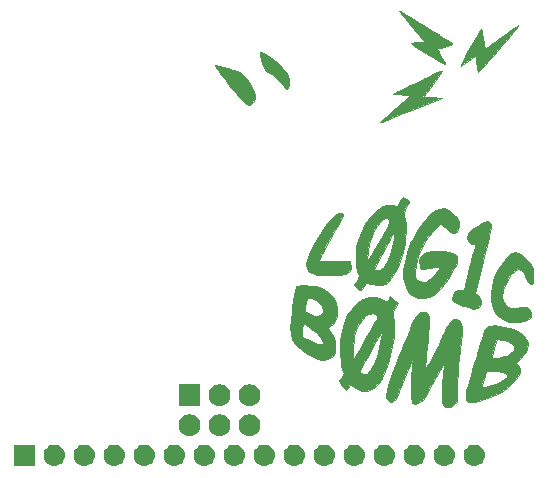
<source format=gts>
G04 #@! TF.GenerationSoftware,KiCad,Pcbnew,(5.1.2)-1*
G04 #@! TF.CreationDate,2019-07-09T23:08:42-04:00*
G04 #@! TF.ProjectId,SPIvSPI_SAO_Black,53504976-5350-4495-9f53-414f5f426c61,0*
G04 #@! TF.SameCoordinates,PX8b5c450PY5b57ca0*
G04 #@! TF.FileFunction,Soldermask,Top*
G04 #@! TF.FilePolarity,Negative*
%FSLAX46Y46*%
G04 Gerber Fmt 4.6, Leading zero omitted, Abs format (unit mm)*
G04 Created by KiCad (PCBNEW (5.1.2)-1) date 2019-07-09 23:08:42*
%MOMM*%
%LPD*%
G04 APERTURE LIST*
%ADD10C,0.010000*%
%ADD11C,0.100000*%
G04 APERTURE END LIST*
D10*
G36*
X8654261Y18390583D02*
G01*
X8840890Y18298332D01*
X9122318Y18142276D01*
X9474311Y17935642D01*
X9708500Y17793378D01*
X10214714Y17482405D01*
X10798320Y17124239D01*
X11392247Y16760025D01*
X11929421Y16430909D01*
X12004741Y16384795D01*
X12493926Y16077629D01*
X12835058Y15845761D01*
X13027300Y15689806D01*
X13069816Y15610382D01*
X13063074Y15605026D01*
X12926004Y15553550D01*
X12678461Y15477186D01*
X12375500Y15392863D01*
X12092858Y15311113D01*
X11888541Y15238841D01*
X11804322Y15190941D01*
X11804000Y15189088D01*
X11846838Y15091974D01*
X11954034Y14912292D01*
X11999886Y14841821D01*
X12258021Y14444359D01*
X12421951Y14168544D01*
X12498783Y14000341D01*
X12495622Y13925715D01*
X12467072Y13919053D01*
X12362579Y13963488D01*
X12138089Y14083112D01*
X11817742Y14264247D01*
X11425680Y14493214D01*
X10986045Y14756335D01*
X10938601Y14785088D01*
X10507272Y15051539D01*
X10135131Y15290565D01*
X9843055Y15487986D01*
X9651924Y15629624D01*
X9582617Y15701299D01*
X9583934Y15705057D01*
X9694164Y15739672D01*
X9923254Y15770982D01*
X10209587Y15791522D01*
X10774174Y15817000D01*
X9680420Y17072783D01*
X9344117Y17462663D01*
X9049705Y17811161D01*
X8814168Y18097580D01*
X8654488Y18301219D01*
X8587651Y18401380D01*
X8586666Y18405796D01*
X8654261Y18390583D01*
X8654261Y18390583D01*
G37*
X8654261Y18390583D02*
X8840890Y18298332D01*
X9122318Y18142276D01*
X9474311Y17935642D01*
X9708500Y17793378D01*
X10214714Y17482405D01*
X10798320Y17124239D01*
X11392247Y16760025D01*
X11929421Y16430909D01*
X12004741Y16384795D01*
X12493926Y16077629D01*
X12835058Y15845761D01*
X13027300Y15689806D01*
X13069816Y15610382D01*
X13063074Y15605026D01*
X12926004Y15553550D01*
X12678461Y15477186D01*
X12375500Y15392863D01*
X12092858Y15311113D01*
X11888541Y15238841D01*
X11804322Y15190941D01*
X11804000Y15189088D01*
X11846838Y15091974D01*
X11954034Y14912292D01*
X11999886Y14841821D01*
X12258021Y14444359D01*
X12421951Y14168544D01*
X12498783Y14000341D01*
X12495622Y13925715D01*
X12467072Y13919053D01*
X12362579Y13963488D01*
X12138089Y14083112D01*
X11817742Y14264247D01*
X11425680Y14493214D01*
X10986045Y14756335D01*
X10938601Y14785088D01*
X10507272Y15051539D01*
X10135131Y15290565D01*
X9843055Y15487986D01*
X9651924Y15629624D01*
X9582617Y15701299D01*
X9583934Y15705057D01*
X9694164Y15739672D01*
X9923254Y15770982D01*
X10209587Y15791522D01*
X10774174Y15817000D01*
X9680420Y17072783D01*
X9344117Y17462663D01*
X9049705Y17811161D01*
X8814168Y18097580D01*
X8654488Y18301219D01*
X8587651Y18401380D01*
X8586666Y18405796D01*
X8654261Y18390583D01*
G36*
X18658144Y17181181D02*
G01*
X18662000Y17153114D01*
X18608649Y17073441D01*
X18459737Y16886312D01*
X18231974Y16611030D01*
X17942070Y16266904D01*
X17606733Y15873238D01*
X17242676Y15449339D01*
X16866606Y15014512D01*
X16495235Y14588065D01*
X16145271Y14189302D01*
X15833426Y13837530D01*
X15576408Y13552054D01*
X15390928Y13352182D01*
X15293695Y13257218D01*
X15285742Y13252301D01*
X15244534Y13318582D01*
X15197778Y13516728D01*
X15153337Y13809803D01*
X15137733Y13947635D01*
X15063666Y14667669D01*
X14443405Y14197485D01*
X14169014Y13995827D01*
X13948474Y13845661D01*
X13813384Y13767911D01*
X13787405Y13763040D01*
X13815464Y13844467D01*
X13914130Y14051991D01*
X14072107Y14363500D01*
X14278103Y14756880D01*
X14520825Y15210017D01*
X14614348Y15382283D01*
X14901140Y15899158D01*
X15144454Y16318389D01*
X15336164Y16626955D01*
X15468145Y16811832D01*
X15532272Y16859998D01*
X15534503Y16857060D01*
X15572675Y16727277D01*
X15624346Y16476160D01*
X15680295Y16150177D01*
X15698931Y16028667D01*
X15751265Y15695353D01*
X15798418Y15428270D01*
X15832634Y15270192D01*
X15840493Y15247841D01*
X15915748Y15276529D01*
X16104629Y15392836D01*
X16385676Y15582273D01*
X16737431Y15830353D01*
X17138434Y16122587D01*
X17162716Y16140560D01*
X17650622Y16501727D01*
X18019261Y16773254D01*
X18285339Y16966425D01*
X18465560Y17092521D01*
X18576631Y17162824D01*
X18635257Y17188616D01*
X18658144Y17181181D01*
X18658144Y17181181D01*
G37*
X18658144Y17181181D02*
X18662000Y17153114D01*
X18608649Y17073441D01*
X18459737Y16886312D01*
X18231974Y16611030D01*
X17942070Y16266904D01*
X17606733Y15873238D01*
X17242676Y15449339D01*
X16866606Y15014512D01*
X16495235Y14588065D01*
X16145271Y14189302D01*
X15833426Y13837530D01*
X15576408Y13552054D01*
X15390928Y13352182D01*
X15293695Y13257218D01*
X15285742Y13252301D01*
X15244534Y13318582D01*
X15197778Y13516728D01*
X15153337Y13809803D01*
X15137733Y13947635D01*
X15063666Y14667669D01*
X14443405Y14197485D01*
X14169014Y13995827D01*
X13948474Y13845661D01*
X13813384Y13767911D01*
X13787405Y13763040D01*
X13815464Y13844467D01*
X13914130Y14051991D01*
X14072107Y14363500D01*
X14278103Y14756880D01*
X14520825Y15210017D01*
X14614348Y15382283D01*
X14901140Y15899158D01*
X15144454Y16318389D01*
X15336164Y16626955D01*
X15468145Y16811832D01*
X15532272Y16859998D01*
X15534503Y16857060D01*
X15572675Y16727277D01*
X15624346Y16476160D01*
X15680295Y16150177D01*
X15698931Y16028667D01*
X15751265Y15695353D01*
X15798418Y15428270D01*
X15832634Y15270192D01*
X15840493Y15247841D01*
X15915748Y15276529D01*
X16104629Y15392836D01*
X16385676Y15582273D01*
X16737431Y15830353D01*
X17138434Y16122587D01*
X17162716Y16140560D01*
X17650622Y16501727D01*
X18019261Y16773254D01*
X18285339Y16966425D01*
X18465560Y17092521D01*
X18576631Y17162824D01*
X18635257Y17188616D01*
X18658144Y17181181D01*
G36*
X-2905656Y14827585D02*
G01*
X-2624785Y14680574D01*
X-2307911Y14488942D01*
X-1987938Y14272015D01*
X-1697770Y14049121D01*
X-1567308Y13935168D01*
X-1129787Y13459402D01*
X-849326Y12990314D01*
X-730613Y12536239D01*
X-726667Y12440370D01*
X-754065Y12170138D01*
X-823778Y11944055D01*
X-917088Y11813054D01*
X-962479Y11798729D01*
X-1042273Y11862039D01*
X-1190977Y12023966D01*
X-1360219Y12229326D01*
X-1583964Y12481965D01*
X-1851048Y12738674D01*
X-2124762Y12969132D01*
X-2368398Y13143018D01*
X-2545246Y13230009D01*
X-2577336Y13234667D01*
X-2676771Y13302706D01*
X-2786750Y13466421D01*
X-2787297Y13467500D01*
X-2893415Y13707882D01*
X-3004106Y14006530D01*
X-3106058Y14319836D01*
X-3185960Y14604193D01*
X-3230499Y14815996D01*
X-3227778Y14910445D01*
X-3117622Y14910651D01*
X-2905656Y14827585D01*
X-2905656Y14827585D01*
G37*
X-2905656Y14827585D02*
X-2624785Y14680574D01*
X-2307911Y14488942D01*
X-1987938Y14272015D01*
X-1697770Y14049121D01*
X-1567308Y13935168D01*
X-1129787Y13459402D01*
X-849326Y12990314D01*
X-730613Y12536239D01*
X-726667Y12440370D01*
X-754065Y12170138D01*
X-823778Y11944055D01*
X-917088Y11813054D01*
X-962479Y11798729D01*
X-1042273Y11862039D01*
X-1190977Y12023966D01*
X-1360219Y12229326D01*
X-1583964Y12481965D01*
X-1851048Y12738674D01*
X-2124762Y12969132D01*
X-2368398Y13143018D01*
X-2545246Y13230009D01*
X-2577336Y13234667D01*
X-2676771Y13302706D01*
X-2786750Y13466421D01*
X-2787297Y13467500D01*
X-2893415Y13707882D01*
X-3004106Y14006530D01*
X-3106058Y14319836D01*
X-3185960Y14604193D01*
X-3230499Y14815996D01*
X-3227778Y14910445D01*
X-3117622Y14910651D01*
X-2905656Y14827585D01*
G36*
X-6894567Y13849741D02*
G01*
X-6674942Y13796690D01*
X-6356072Y13710088D01*
X-5969237Y13598129D01*
X-5893633Y13575566D01*
X-5458361Y13442941D01*
X-5149084Y13338346D01*
X-4929202Y13242514D01*
X-4762116Y13136178D01*
X-4611228Y13000072D01*
X-4439938Y12814929D01*
X-4432092Y12806173D01*
X-4104866Y12393915D01*
X-3844298Y11972819D01*
X-3671037Y11581770D01*
X-3605727Y11259656D01*
X-3605650Y11249543D01*
X-3653249Y10979863D01*
X-3773930Y10721102D01*
X-3935464Y10524415D01*
X-4105625Y10440957D01*
X-4115248Y10440667D01*
X-4261603Y10498666D01*
X-4472229Y10650193D01*
X-4681583Y10842834D01*
X-4936727Y11118159D01*
X-5231100Y11458373D01*
X-5547843Y11841373D01*
X-5870099Y12245059D01*
X-6181010Y12647327D01*
X-6463718Y13026077D01*
X-6701367Y13359206D01*
X-6877097Y13624614D01*
X-6974052Y13800197D01*
X-6983668Y13861050D01*
X-6894567Y13849741D01*
X-6894567Y13849741D01*
G37*
X-6894567Y13849741D02*
X-6674942Y13796690D01*
X-6356072Y13710088D01*
X-5969237Y13598129D01*
X-5893633Y13575566D01*
X-5458361Y13442941D01*
X-5149084Y13338346D01*
X-4929202Y13242514D01*
X-4762116Y13136178D01*
X-4611228Y13000072D01*
X-4439938Y12814929D01*
X-4432092Y12806173D01*
X-4104866Y12393915D01*
X-3844298Y11972819D01*
X-3671037Y11581770D01*
X-3605727Y11259656D01*
X-3605650Y11249543D01*
X-3653249Y10979863D01*
X-3773930Y10721102D01*
X-3935464Y10524415D01*
X-4105625Y10440957D01*
X-4115248Y10440667D01*
X-4261603Y10498666D01*
X-4472229Y10650193D01*
X-4681583Y10842834D01*
X-4936727Y11118159D01*
X-5231100Y11458373D01*
X-5547843Y11841373D01*
X-5870099Y12245059D01*
X-6181010Y12647327D01*
X-6463718Y13026077D01*
X-6701367Y13359206D01*
X-6877097Y13624614D01*
X-6974052Y13800197D01*
X-6983668Y13861050D01*
X-6894567Y13849741D01*
G36*
X12209731Y13365157D02*
G01*
X12175470Y13287375D01*
X12054629Y13098609D01*
X11863393Y12822463D01*
X11617946Y12482538D01*
X11439922Y12242467D01*
X10629555Y11160334D01*
X11407277Y11118000D01*
X12185000Y11075667D01*
X9645000Y10037275D01*
X8923181Y9742607D01*
X8342823Y9506927D01*
X7888888Y9324550D01*
X7546339Y9189793D01*
X7300139Y9096970D01*
X7135250Y9040398D01*
X7036637Y9014393D01*
X6989260Y9013270D01*
X6978000Y9029141D01*
X7039224Y9090035D01*
X7210223Y9244153D01*
X7471983Y9474775D01*
X7805491Y9765183D01*
X8191733Y10098657D01*
X8301891Y10193307D01*
X9625783Y11329667D01*
X8036333Y11417081D01*
X8502000Y11639850D01*
X8722205Y11745473D01*
X9063134Y11909346D01*
X9492983Y12116168D01*
X9979952Y12350637D01*
X10492239Y12597450D01*
X10568420Y12634167D01*
X11046327Y12861783D01*
X11471196Y13058934D01*
X11820094Y13215406D01*
X12070087Y13320986D01*
X12198241Y13365459D01*
X12209731Y13365157D01*
X12209731Y13365157D01*
G37*
X12209731Y13365157D02*
X12175470Y13287375D01*
X12054629Y13098609D01*
X11863393Y12822463D01*
X11617946Y12482538D01*
X11439922Y12242467D01*
X10629555Y11160334D01*
X11407277Y11118000D01*
X12185000Y11075667D01*
X9645000Y10037275D01*
X8923181Y9742607D01*
X8342823Y9506927D01*
X7888888Y9324550D01*
X7546339Y9189793D01*
X7300139Y9096970D01*
X7135250Y9040398D01*
X7036637Y9014393D01*
X6989260Y9013270D01*
X6978000Y9029141D01*
X7039224Y9090035D01*
X7210223Y9244153D01*
X7471983Y9474775D01*
X7805491Y9765183D01*
X8191733Y10098657D01*
X8301891Y10193307D01*
X9625783Y11329667D01*
X8036333Y11417081D01*
X8502000Y11639850D01*
X8722205Y11745473D01*
X9063134Y11909346D01*
X9492983Y12116168D01*
X9979952Y12350637D01*
X10492239Y12597450D01*
X10568420Y12634167D01*
X11046327Y12861783D01*
X11471196Y13058934D01*
X11820094Y13215406D01*
X12070087Y13320986D01*
X12198241Y13365459D01*
X12209731Y13365157D01*
G36*
X3783515Y1275796D02*
G01*
X3828367Y1201061D01*
X3801429Y1054275D01*
X3696947Y817256D01*
X3509166Y471818D01*
X3296151Y106959D01*
X3094501Y-241744D01*
X2868874Y-646598D01*
X2633692Y-1079967D01*
X2403379Y-1514216D01*
X2192355Y-1921710D01*
X2015043Y-2274816D01*
X1885866Y-2545897D01*
X1819246Y-2707319D01*
X1813333Y-2734284D01*
X1893111Y-2751125D01*
X2113091Y-2761682D01*
X2444238Y-2765447D01*
X2857518Y-2761911D01*
X3101612Y-2756861D01*
X4389892Y-2725000D01*
X4468442Y-2945943D01*
X4507159Y-3277323D01*
X4396719Y-3575477D01*
X4207699Y-3761095D01*
X4074560Y-3827162D01*
X3890763Y-3872484D01*
X3623773Y-3901141D01*
X3241056Y-3917212D01*
X2917876Y-3922806D01*
X2485924Y-3924726D01*
X2093976Y-3920744D01*
X1785057Y-3911666D01*
X1602194Y-3898293D01*
X1601666Y-3898217D01*
X1183686Y-3793587D01*
X907487Y-3612284D01*
X756162Y-3336722D01*
X712666Y-2973605D01*
X758194Y-2737753D01*
X886011Y-2388184D01*
X1082965Y-1951056D01*
X1335904Y-1452530D01*
X1631677Y-918762D01*
X1957132Y-375911D01*
X2235988Y56248D01*
X2595634Y559996D01*
X2910143Y920897D01*
X3196512Y1153626D01*
X3471736Y1272859D01*
X3672627Y1296667D01*
X3783515Y1275796D01*
X3783515Y1275796D01*
G37*
X3783515Y1275796D02*
X3828367Y1201061D01*
X3801429Y1054275D01*
X3696947Y817256D01*
X3509166Y471818D01*
X3296151Y106959D01*
X3094501Y-241744D01*
X2868874Y-646598D01*
X2633692Y-1079967D01*
X2403379Y-1514216D01*
X2192355Y-1921710D01*
X2015043Y-2274816D01*
X1885866Y-2545897D01*
X1819246Y-2707319D01*
X1813333Y-2734284D01*
X1893111Y-2751125D01*
X2113091Y-2761682D01*
X2444238Y-2765447D01*
X2857518Y-2761911D01*
X3101612Y-2756861D01*
X4389892Y-2725000D01*
X4468442Y-2945943D01*
X4507159Y-3277323D01*
X4396719Y-3575477D01*
X4207699Y-3761095D01*
X4074560Y-3827162D01*
X3890763Y-3872484D01*
X3623773Y-3901141D01*
X3241056Y-3917212D01*
X2917876Y-3922806D01*
X2485924Y-3924726D01*
X2093976Y-3920744D01*
X1785057Y-3911666D01*
X1602194Y-3898293D01*
X1601666Y-3898217D01*
X1183686Y-3793587D01*
X907487Y-3612284D01*
X756162Y-3336722D01*
X712666Y-2973605D01*
X758194Y-2737753D01*
X886011Y-2388184D01*
X1082965Y-1951056D01*
X1335904Y-1452530D01*
X1631677Y-918762D01*
X1957132Y-375911D01*
X2235988Y56248D01*
X2595634Y559996D01*
X2910143Y920897D01*
X3196512Y1153626D01*
X3471736Y1272859D01*
X3672627Y1296667D01*
X3783515Y1275796D01*
G36*
X9019704Y2605620D02*
G01*
X9214508Y2489053D01*
X9417710Y2349310D01*
X9396109Y2270313D01*
X9313926Y2081542D01*
X9188792Y1823413D01*
X9185171Y1816233D01*
X9049609Y1539551D01*
X8981795Y1348725D01*
X8973081Y1178496D01*
X9014816Y963600D01*
X9052628Y816211D01*
X9149849Y301828D01*
X9170712Y-235098D01*
X9115075Y-844209D01*
X9046760Y-1255147D01*
X8831138Y-2215063D01*
X8571552Y-3032707D01*
X8270628Y-3702647D01*
X7930990Y-4219451D01*
X7555266Y-4577688D01*
X7392969Y-4676658D01*
X7073543Y-4771887D01*
X6677766Y-4792834D01*
X6281455Y-4739497D01*
X6086314Y-4676667D01*
X5792733Y-4554001D01*
X5602200Y-4887682D01*
X5470779Y-5087553D01*
X5359700Y-5205581D01*
X5327000Y-5219338D01*
X5212937Y-5166376D01*
X5039745Y-5038292D01*
X5002568Y-5006423D01*
X4762804Y-4795531D01*
X4987050Y-4412885D01*
X5211295Y-4030238D01*
X5057481Y-3631619D01*
X5009507Y-3438708D01*
X6470000Y-3438708D01*
X6544246Y-3499321D01*
X6726130Y-3528791D01*
X6757562Y-3529333D01*
X6990483Y-3490428D01*
X7195099Y-3349811D01*
X7299216Y-3239939D01*
X7568197Y-2832326D01*
X7797518Y-2266251D01*
X7988291Y-1538772D01*
X8037715Y-1291066D01*
X8114344Y-842430D01*
X8144480Y-554352D01*
X8126337Y-424070D01*
X8058134Y-448816D01*
X7938086Y-625827D01*
X7788493Y-904666D01*
X7610106Y-1248890D01*
X7382273Y-1678825D01*
X7138114Y-2132344D01*
X6967903Y-2443875D01*
X6775563Y-2800245D01*
X6617757Y-3106100D01*
X6510554Y-3329335D01*
X6470020Y-3437846D01*
X6470000Y-3438708D01*
X5009507Y-3438708D01*
X4960146Y-3240223D01*
X4914853Y-2741031D01*
X4918486Y-2441016D01*
X5904795Y-2441016D01*
X5933730Y-2628336D01*
X5992744Y-2682666D01*
X6045978Y-2613484D01*
X6162994Y-2425770D01*
X6325800Y-2149270D01*
X6492073Y-1857166D01*
X6888077Y-1146321D01*
X7202908Y-568381D01*
X7442396Y-110980D01*
X7612369Y238250D01*
X7718659Y491676D01*
X7767095Y661666D01*
X7763506Y760586D01*
X7740000Y790192D01*
X7514377Y846804D01*
X7249629Y762252D01*
X6967304Y553460D01*
X6688950Y237356D01*
X6436117Y-169137D01*
X6382789Y-275836D01*
X6251510Y-600473D01*
X6133954Y-982317D01*
X6035313Y-1389330D01*
X5960778Y-1789476D01*
X5915541Y-2150717D01*
X5904795Y-2441016D01*
X4918486Y-2441016D01*
X4921559Y-2187371D01*
X4980221Y-1632570D01*
X5059431Y-1243333D01*
X5340277Y-421452D01*
X5739943Y358238D01*
X6231476Y1046816D01*
X6459474Y1297735D01*
X6875131Y1679133D01*
X7243835Y1918647D01*
X7591820Y2027096D01*
X7945318Y2015298D01*
X8104731Y1976194D01*
X8315766Y1920513D01*
X8443584Y1901077D01*
X8457502Y1904632D01*
X8506271Y1989632D01*
X8603296Y2174865D01*
X8662646Y2291500D01*
X8781356Y2502569D01*
X8877809Y2632029D01*
X8908215Y2651334D01*
X9019704Y2605620D01*
X9019704Y2605620D01*
G37*
X9019704Y2605620D02*
X9214508Y2489053D01*
X9417710Y2349310D01*
X9396109Y2270313D01*
X9313926Y2081542D01*
X9188792Y1823413D01*
X9185171Y1816233D01*
X9049609Y1539551D01*
X8981795Y1348725D01*
X8973081Y1178496D01*
X9014816Y963600D01*
X9052628Y816211D01*
X9149849Y301828D01*
X9170712Y-235098D01*
X9115075Y-844209D01*
X9046760Y-1255147D01*
X8831138Y-2215063D01*
X8571552Y-3032707D01*
X8270628Y-3702647D01*
X7930990Y-4219451D01*
X7555266Y-4577688D01*
X7392969Y-4676658D01*
X7073543Y-4771887D01*
X6677766Y-4792834D01*
X6281455Y-4739497D01*
X6086314Y-4676667D01*
X5792733Y-4554001D01*
X5602200Y-4887682D01*
X5470779Y-5087553D01*
X5359700Y-5205581D01*
X5327000Y-5219338D01*
X5212937Y-5166376D01*
X5039745Y-5038292D01*
X5002568Y-5006423D01*
X4762804Y-4795531D01*
X4987050Y-4412885D01*
X5211295Y-4030238D01*
X5057481Y-3631619D01*
X5009507Y-3438708D01*
X6470000Y-3438708D01*
X6544246Y-3499321D01*
X6726130Y-3528791D01*
X6757562Y-3529333D01*
X6990483Y-3490428D01*
X7195099Y-3349811D01*
X7299216Y-3239939D01*
X7568197Y-2832326D01*
X7797518Y-2266251D01*
X7988291Y-1538772D01*
X8037715Y-1291066D01*
X8114344Y-842430D01*
X8144480Y-554352D01*
X8126337Y-424070D01*
X8058134Y-448816D01*
X7938086Y-625827D01*
X7788493Y-904666D01*
X7610106Y-1248890D01*
X7382273Y-1678825D01*
X7138114Y-2132344D01*
X6967903Y-2443875D01*
X6775563Y-2800245D01*
X6617757Y-3106100D01*
X6510554Y-3329335D01*
X6470020Y-3437846D01*
X6470000Y-3438708D01*
X5009507Y-3438708D01*
X4960146Y-3240223D01*
X4914853Y-2741031D01*
X4918486Y-2441016D01*
X5904795Y-2441016D01*
X5933730Y-2628336D01*
X5992744Y-2682666D01*
X6045978Y-2613484D01*
X6162994Y-2425770D01*
X6325800Y-2149270D01*
X6492073Y-1857166D01*
X6888077Y-1146321D01*
X7202908Y-568381D01*
X7442396Y-110980D01*
X7612369Y238250D01*
X7718659Y491676D01*
X7767095Y661666D01*
X7763506Y760586D01*
X7740000Y790192D01*
X7514377Y846804D01*
X7249629Y762252D01*
X6967304Y553460D01*
X6688950Y237356D01*
X6436117Y-169137D01*
X6382789Y-275836D01*
X6251510Y-600473D01*
X6133954Y-982317D01*
X6035313Y-1389330D01*
X5960778Y-1789476D01*
X5915541Y-2150717D01*
X5904795Y-2441016D01*
X4918486Y-2441016D01*
X4921559Y-2187371D01*
X4980221Y-1632570D01*
X5059431Y-1243333D01*
X5340277Y-421452D01*
X5739943Y358238D01*
X6231476Y1046816D01*
X6459474Y1297735D01*
X6875131Y1679133D01*
X7243835Y1918647D01*
X7591820Y2027096D01*
X7945318Y2015298D01*
X8104731Y1976194D01*
X8315766Y1920513D01*
X8443584Y1901077D01*
X8457502Y1904632D01*
X8506271Y1989632D01*
X8603296Y2174865D01*
X8662646Y2291500D01*
X8781356Y2502569D01*
X8877809Y2632029D01*
X8908215Y2651334D01*
X9019704Y2605620D01*
G36*
X12627801Y1634942D02*
G01*
X12921622Y1448500D01*
X13220354Y1176080D01*
X13452563Y934730D01*
X13586538Y757673D01*
X13648892Y594807D01*
X13666242Y396027D01*
X13666666Y335885D01*
X13612903Y-11298D01*
X13470839Y-256314D01*
X13269311Y-384884D01*
X13037160Y-382732D01*
X12803222Y-235582D01*
X12716701Y-134414D01*
X12517849Y79725D01*
X12295078Y246191D01*
X12278797Y254984D01*
X12033928Y382130D01*
X11458644Y-216421D01*
X10950726Y-838711D01*
X10524725Y-1548477D01*
X10198955Y-2304238D01*
X9991728Y-3064512D01*
X9922133Y-3696832D01*
X9961141Y-4074783D01*
X10106794Y-4329539D01*
X10371601Y-4478660D01*
X10501702Y-4510468D01*
X10863254Y-4494180D01*
X11228041Y-4316993D01*
X11583086Y-3986567D01*
X11745977Y-3776149D01*
X12068954Y-3317666D01*
X11788310Y-3289491D01*
X11547713Y-3291790D01*
X11228096Y-3327733D01*
X11008849Y-3367103D01*
X10726925Y-3421545D01*
X10560974Y-3431150D01*
X10462621Y-3391860D01*
X10395016Y-3315596D01*
X10320789Y-3131151D01*
X10281750Y-2872353D01*
X10280000Y-2809324D01*
X10353100Y-2453428D01*
X10568518Y-2182046D01*
X10920432Y-1997666D01*
X11403018Y-1902778D01*
X12010454Y-1899871D01*
X12335300Y-1930727D01*
X12791051Y-1995567D01*
X13105030Y-2066549D01*
X13304729Y-2154732D01*
X13417639Y-2271172D01*
X13461953Y-2383895D01*
X13485037Y-2648671D01*
X13448401Y-2936520D01*
X13365661Y-3174798D01*
X13296569Y-3266285D01*
X13208415Y-3382467D01*
X13073581Y-3608605D01*
X12917422Y-3901409D01*
X12875255Y-3985547D01*
X12507023Y-4610830D01*
X12082753Y-5125199D01*
X11618773Y-5518528D01*
X11131413Y-5780689D01*
X10637000Y-5901554D01*
X10151862Y-5870996D01*
X9941333Y-5805306D01*
X9549317Y-5563547D01*
X9254029Y-5197684D01*
X9056115Y-4723048D01*
X8956224Y-4154972D01*
X8955002Y-3508786D01*
X9053097Y-2799822D01*
X9251157Y-2043412D01*
X9549827Y-1254887D01*
X9732653Y-862333D01*
X10102680Y-187615D01*
X10502745Y411523D01*
X10916701Y917134D01*
X11328398Y1311269D01*
X11721689Y1575982D01*
X12024590Y1684927D01*
X12342427Y1707948D01*
X12627801Y1634942D01*
X12627801Y1634942D01*
G37*
X12627801Y1634942D02*
X12921622Y1448500D01*
X13220354Y1176080D01*
X13452563Y934730D01*
X13586538Y757673D01*
X13648892Y594807D01*
X13666242Y396027D01*
X13666666Y335885D01*
X13612903Y-11298D01*
X13470839Y-256314D01*
X13269311Y-384884D01*
X13037160Y-382732D01*
X12803222Y-235582D01*
X12716701Y-134414D01*
X12517849Y79725D01*
X12295078Y246191D01*
X12278797Y254984D01*
X12033928Y382130D01*
X11458644Y-216421D01*
X10950726Y-838711D01*
X10524725Y-1548477D01*
X10198955Y-2304238D01*
X9991728Y-3064512D01*
X9922133Y-3696832D01*
X9961141Y-4074783D01*
X10106794Y-4329539D01*
X10371601Y-4478660D01*
X10501702Y-4510468D01*
X10863254Y-4494180D01*
X11228041Y-4316993D01*
X11583086Y-3986567D01*
X11745977Y-3776149D01*
X12068954Y-3317666D01*
X11788310Y-3289491D01*
X11547713Y-3291790D01*
X11228096Y-3327733D01*
X11008849Y-3367103D01*
X10726925Y-3421545D01*
X10560974Y-3431150D01*
X10462621Y-3391860D01*
X10395016Y-3315596D01*
X10320789Y-3131151D01*
X10281750Y-2872353D01*
X10280000Y-2809324D01*
X10353100Y-2453428D01*
X10568518Y-2182046D01*
X10920432Y-1997666D01*
X11403018Y-1902778D01*
X12010454Y-1899871D01*
X12335300Y-1930727D01*
X12791051Y-1995567D01*
X13105030Y-2066549D01*
X13304729Y-2154732D01*
X13417639Y-2271172D01*
X13461953Y-2383895D01*
X13485037Y-2648671D01*
X13448401Y-2936520D01*
X13365661Y-3174798D01*
X13296569Y-3266285D01*
X13208415Y-3382467D01*
X13073581Y-3608605D01*
X12917422Y-3901409D01*
X12875255Y-3985547D01*
X12507023Y-4610830D01*
X12082753Y-5125199D01*
X11618773Y-5518528D01*
X11131413Y-5780689D01*
X10637000Y-5901554D01*
X10151862Y-5870996D01*
X9941333Y-5805306D01*
X9549317Y-5563547D01*
X9254029Y-5197684D01*
X9056115Y-4723048D01*
X8956224Y-4154972D01*
X8955002Y-3508786D01*
X9053097Y-2799822D01*
X9251157Y-2043412D01*
X9549827Y-1254887D01*
X9732653Y-862333D01*
X10102680Y-187615D01*
X10502745Y411523D01*
X10916701Y917134D01*
X11328398Y1311269D01*
X11721689Y1575982D01*
X12024590Y1684927D01*
X12342427Y1707948D01*
X12627801Y1634942D01*
G36*
X16230711Y549326D02*
G01*
X16355876Y351293D01*
X16376000Y187091D01*
X16355965Y51312D01*
X16299138Y-227187D01*
X16210438Y-627008D01*
X16094781Y-1126754D01*
X15957084Y-1705029D01*
X15802266Y-2340436D01*
X15703717Y-2738142D01*
X15031434Y-5434333D01*
X15280383Y-5630969D01*
X15468251Y-5859619D01*
X15539904Y-6124823D01*
X15510209Y-6390068D01*
X15394035Y-6618841D01*
X15206249Y-6774632D01*
X14961719Y-6820926D01*
X14809666Y-6786942D01*
X14695130Y-6750178D01*
X14459936Y-6677927D01*
X14145743Y-6582929D01*
X13984449Y-6534589D01*
X13562874Y-6395309D01*
X13287811Y-6262628D01*
X13138876Y-6114516D01*
X13095685Y-5928941D01*
X13137853Y-5683875D01*
X13151990Y-5634895D01*
X13306172Y-5331047D01*
X13539399Y-5174654D01*
X13836808Y-5167795D01*
X14070930Y-5214619D01*
X14546131Y-3314955D01*
X14681242Y-2773027D01*
X14801417Y-2287547D01*
X14900893Y-1882077D01*
X14973909Y-1580177D01*
X15014705Y-1405406D01*
X15021333Y-1371645D01*
X14947933Y-1340324D01*
X14780923Y-1328000D01*
X14560203Y-1256500D01*
X14412699Y-1071387D01*
X14349924Y-816736D01*
X14383389Y-536622D01*
X14510482Y-292521D01*
X14673772Y-136252D01*
X14929400Y54246D01*
X15233145Y251979D01*
X15540786Y429956D01*
X15808103Y561184D01*
X15990877Y618671D01*
X16004322Y619334D01*
X16230711Y549326D01*
X16230711Y549326D01*
G37*
X16230711Y549326D02*
X16355876Y351293D01*
X16376000Y187091D01*
X16355965Y51312D01*
X16299138Y-227187D01*
X16210438Y-627008D01*
X16094781Y-1126754D01*
X15957084Y-1705029D01*
X15802266Y-2340436D01*
X15703717Y-2738142D01*
X15031434Y-5434333D01*
X15280383Y-5630969D01*
X15468251Y-5859619D01*
X15539904Y-6124823D01*
X15510209Y-6390068D01*
X15394035Y-6618841D01*
X15206249Y-6774632D01*
X14961719Y-6820926D01*
X14809666Y-6786942D01*
X14695130Y-6750178D01*
X14459936Y-6677927D01*
X14145743Y-6582929D01*
X13984449Y-6534589D01*
X13562874Y-6395309D01*
X13287811Y-6262628D01*
X13138876Y-6114516D01*
X13095685Y-5928941D01*
X13137853Y-5683875D01*
X13151990Y-5634895D01*
X13306172Y-5331047D01*
X13539399Y-5174654D01*
X13836808Y-5167795D01*
X14070930Y-5214619D01*
X14546131Y-3314955D01*
X14681242Y-2773027D01*
X14801417Y-2287547D01*
X14900893Y-1882077D01*
X14973909Y-1580177D01*
X15014705Y-1405406D01*
X15021333Y-1371645D01*
X14947933Y-1340324D01*
X14780923Y-1328000D01*
X14560203Y-1256500D01*
X14412699Y-1071387D01*
X14349924Y-816736D01*
X14383389Y-536622D01*
X14510482Y-292521D01*
X14673772Y-136252D01*
X14929400Y54246D01*
X15233145Y251979D01*
X15540786Y429956D01*
X15808103Y561184D01*
X15990877Y618671D01*
X16004322Y619334D01*
X16230711Y549326D01*
G36*
X18683801Y-2077914D02*
G01*
X18964243Y-2249133D01*
X19301822Y-2551042D01*
X19397672Y-2646759D01*
X19645748Y-2921362D01*
X19808622Y-3177017D01*
X19904432Y-3463378D01*
X19951318Y-3830101D01*
X19965546Y-4201265D01*
X19965435Y-4469742D01*
X19940362Y-4610258D01*
X19872588Y-4664032D01*
X19762831Y-4672333D01*
X19665815Y-4665452D01*
X19585976Y-4627284D01*
X19504613Y-4531542D01*
X19403024Y-4351939D01*
X19262505Y-4062187D01*
X19136875Y-3792494D01*
X18995113Y-3588177D01*
X18868524Y-3475307D01*
X18739922Y-3414692D01*
X18612344Y-3438276D01*
X18424328Y-3559212D01*
X18402858Y-3574942D01*
X18084589Y-3879133D01*
X17782643Y-4289214D01*
X17536286Y-4743300D01*
X17384794Y-5179460D01*
X17336356Y-5684650D01*
X17424168Y-6126540D01*
X17642793Y-6481498D01*
X17696873Y-6535499D01*
X17947908Y-6707351D01*
X18238217Y-6771914D01*
X18609856Y-6735033D01*
X18804933Y-6689495D01*
X19083215Y-6624443D01*
X19259784Y-6612214D01*
X19394136Y-6653809D01*
X19472734Y-6700741D01*
X19677403Y-6930600D01*
X19758279Y-7252131D01*
X19748517Y-7431387D01*
X19645712Y-7592703D01*
X19412149Y-7729772D01*
X19085552Y-7835297D01*
X18703646Y-7901982D01*
X18304155Y-7922530D01*
X17924804Y-7889645D01*
X17688333Y-7829845D01*
X17211240Y-7578995D01*
X16833454Y-7205685D01*
X16560124Y-6728191D01*
X16396398Y-6164794D01*
X16347423Y-5533772D01*
X16418348Y-4853404D01*
X16614320Y-4141968D01*
X16634336Y-4087510D01*
X16788201Y-3753401D01*
X17008919Y-3370180D01*
X17266052Y-2982166D01*
X17529158Y-2633682D01*
X17767798Y-2369048D01*
X17880309Y-2273354D01*
X18172332Y-2097530D01*
X18429996Y-2029882D01*
X18683801Y-2077914D01*
X18683801Y-2077914D01*
G37*
X18683801Y-2077914D02*
X18964243Y-2249133D01*
X19301822Y-2551042D01*
X19397672Y-2646759D01*
X19645748Y-2921362D01*
X19808622Y-3177017D01*
X19904432Y-3463378D01*
X19951318Y-3830101D01*
X19965546Y-4201265D01*
X19965435Y-4469742D01*
X19940362Y-4610258D01*
X19872588Y-4664032D01*
X19762831Y-4672333D01*
X19665815Y-4665452D01*
X19585976Y-4627284D01*
X19504613Y-4531542D01*
X19403024Y-4351939D01*
X19262505Y-4062187D01*
X19136875Y-3792494D01*
X18995113Y-3588177D01*
X18868524Y-3475307D01*
X18739922Y-3414692D01*
X18612344Y-3438276D01*
X18424328Y-3559212D01*
X18402858Y-3574942D01*
X18084589Y-3879133D01*
X17782643Y-4289214D01*
X17536286Y-4743300D01*
X17384794Y-5179460D01*
X17336356Y-5684650D01*
X17424168Y-6126540D01*
X17642793Y-6481498D01*
X17696873Y-6535499D01*
X17947908Y-6707351D01*
X18238217Y-6771914D01*
X18609856Y-6735033D01*
X18804933Y-6689495D01*
X19083215Y-6624443D01*
X19259784Y-6612214D01*
X19394136Y-6653809D01*
X19472734Y-6700741D01*
X19677403Y-6930600D01*
X19758279Y-7252131D01*
X19748517Y-7431387D01*
X19645712Y-7592703D01*
X19412149Y-7729772D01*
X19085552Y-7835297D01*
X18703646Y-7901982D01*
X18304155Y-7922530D01*
X17924804Y-7889645D01*
X17688333Y-7829845D01*
X17211240Y-7578995D01*
X16833454Y-7205685D01*
X16560124Y-6728191D01*
X16396398Y-6164794D01*
X16347423Y-5533772D01*
X16418348Y-4853404D01*
X16614320Y-4141968D01*
X16634336Y-4087510D01*
X16788201Y-3753401D01*
X17008919Y-3370180D01*
X17266052Y-2982166D01*
X17529158Y-2633682D01*
X17767798Y-2369048D01*
X17880309Y-2273354D01*
X18172332Y-2097530D01*
X18429996Y-2029882D01*
X18683801Y-2077914D01*
G36*
X655804Y-4799786D02*
G01*
X1048143Y-4828434D01*
X1440303Y-4882759D01*
X1790924Y-4959944D01*
X2025000Y-5041244D01*
X2571004Y-5362107D01*
X2974037Y-5767466D01*
X3230009Y-6251480D01*
X3334832Y-6808311D01*
X3337333Y-6915346D01*
X3290661Y-7441609D01*
X3144404Y-7849444D01*
X2889200Y-8163719D01*
X2857026Y-8191208D01*
X2609278Y-8396385D01*
X2888639Y-8932345D01*
X3051261Y-9277239D01*
X3136711Y-9567382D01*
X3166622Y-9885536D01*
X3168000Y-10001067D01*
X3126494Y-10443138D01*
X2992855Y-10757125D01*
X2753398Y-10965012D01*
X2507982Y-11061278D01*
X2217344Y-11128853D01*
X1992563Y-11132669D01*
X1741380Y-11069575D01*
X1630807Y-11031335D01*
X1183240Y-10827955D01*
X719811Y-10543291D01*
X278817Y-10208115D01*
X-101442Y-9853198D01*
X-382670Y-9509310D01*
X-482444Y-9333421D01*
X-596885Y-8933891D01*
X-604749Y-8826079D01*
X324870Y-8826079D01*
X328376Y-9041205D01*
X353071Y-9130271D01*
X520236Y-9248353D01*
X793077Y-9393602D01*
X1119468Y-9543386D01*
X1447287Y-9675070D01*
X1724411Y-9766022D01*
X1882538Y-9794405D01*
X2069881Y-9781482D01*
X2128752Y-9719620D01*
X2108072Y-9604166D01*
X1921189Y-9221463D01*
X1594624Y-8837383D01*
X1155179Y-8481495D01*
X999240Y-8380918D01*
X416333Y-8025503D01*
X349466Y-8542651D01*
X324870Y-8826079D01*
X-604749Y-8826079D01*
X-635731Y-8401340D01*
X-599079Y-7729114D01*
X-515314Y-7085333D01*
X-501532Y-6996085D01*
X588769Y-6996085D01*
X673489Y-7100419D01*
X865133Y-7195668D01*
X1235793Y-7340788D01*
X1500725Y-7410422D01*
X1702805Y-7410266D01*
X1884910Y-7346018D01*
X1907618Y-7334185D01*
X2115029Y-7141327D01*
X2179689Y-6880435D01*
X2095238Y-6583835D01*
X2065473Y-6531990D01*
X1845550Y-6292593D01*
X1524931Y-6076878D01*
X1171436Y-5925159D01*
X971267Y-5881558D01*
X840295Y-5885645D01*
X764892Y-5964461D01*
X713678Y-6159264D01*
X699662Y-6238666D01*
X649802Y-6527719D01*
X604172Y-6783904D01*
X593528Y-6841580D01*
X588769Y-6996085D01*
X-501532Y-6996085D01*
X-446014Y-6636580D01*
X-373402Y-6159045D01*
X-310574Y-5739013D01*
X-296890Y-5646000D01*
X-239728Y-5323232D01*
X-174893Y-5059136D01*
X-115296Y-4905166D01*
X-108703Y-4896039D01*
X36021Y-4830774D01*
X304644Y-4799627D01*
X655804Y-4799786D01*
X655804Y-4799786D01*
G37*
X655804Y-4799786D02*
X1048143Y-4828434D01*
X1440303Y-4882759D01*
X1790924Y-4959944D01*
X2025000Y-5041244D01*
X2571004Y-5362107D01*
X2974037Y-5767466D01*
X3230009Y-6251480D01*
X3334832Y-6808311D01*
X3337333Y-6915346D01*
X3290661Y-7441609D01*
X3144404Y-7849444D01*
X2889200Y-8163719D01*
X2857026Y-8191208D01*
X2609278Y-8396385D01*
X2888639Y-8932345D01*
X3051261Y-9277239D01*
X3136711Y-9567382D01*
X3166622Y-9885536D01*
X3168000Y-10001067D01*
X3126494Y-10443138D01*
X2992855Y-10757125D01*
X2753398Y-10965012D01*
X2507982Y-11061278D01*
X2217344Y-11128853D01*
X1992563Y-11132669D01*
X1741380Y-11069575D01*
X1630807Y-11031335D01*
X1183240Y-10827955D01*
X719811Y-10543291D01*
X278817Y-10208115D01*
X-101442Y-9853198D01*
X-382670Y-9509310D01*
X-482444Y-9333421D01*
X-596885Y-8933891D01*
X-604749Y-8826079D01*
X324870Y-8826079D01*
X328376Y-9041205D01*
X353071Y-9130271D01*
X520236Y-9248353D01*
X793077Y-9393602D01*
X1119468Y-9543386D01*
X1447287Y-9675070D01*
X1724411Y-9766022D01*
X1882538Y-9794405D01*
X2069881Y-9781482D01*
X2128752Y-9719620D01*
X2108072Y-9604166D01*
X1921189Y-9221463D01*
X1594624Y-8837383D01*
X1155179Y-8481495D01*
X999240Y-8380918D01*
X416333Y-8025503D01*
X349466Y-8542651D01*
X324870Y-8826079D01*
X-604749Y-8826079D01*
X-635731Y-8401340D01*
X-599079Y-7729114D01*
X-515314Y-7085333D01*
X-501532Y-6996085D01*
X588769Y-6996085D01*
X673489Y-7100419D01*
X865133Y-7195668D01*
X1235793Y-7340788D01*
X1500725Y-7410422D01*
X1702805Y-7410266D01*
X1884910Y-7346018D01*
X1907618Y-7334185D01*
X2115029Y-7141327D01*
X2179689Y-6880435D01*
X2095238Y-6583835D01*
X2065473Y-6531990D01*
X1845550Y-6292593D01*
X1524931Y-6076878D01*
X1171436Y-5925159D01*
X971267Y-5881558D01*
X840295Y-5885645D01*
X764892Y-5964461D01*
X713678Y-6159264D01*
X699662Y-6238666D01*
X649802Y-6527719D01*
X604172Y-6783904D01*
X593528Y-6841580D01*
X588769Y-6996085D01*
X-501532Y-6996085D01*
X-446014Y-6636580D01*
X-373402Y-6159045D01*
X-310574Y-5739013D01*
X-296890Y-5646000D01*
X-239728Y-5323232D01*
X-174893Y-5059136D01*
X-115296Y-4905166D01*
X-108703Y-4896039D01*
X36021Y-4830774D01*
X304644Y-4799627D01*
X655804Y-4799786D01*
G36*
X8152164Y-6018653D02*
G01*
X8458971Y-6325459D01*
X8228749Y-6735014D01*
X8095461Y-6996326D01*
X8045380Y-7185656D01*
X8064381Y-7369590D01*
X8080930Y-7431892D01*
X8162410Y-7915336D01*
X8173977Y-8515596D01*
X8122190Y-9198405D01*
X8013605Y-9929496D01*
X7854782Y-10674603D01*
X7652278Y-11399460D01*
X7412651Y-12069798D01*
X7142460Y-12651352D01*
X7051259Y-12812027D01*
X6710769Y-13258529D01*
X6315764Y-13567456D01*
X5885110Y-13729550D01*
X5437671Y-13735551D01*
X5257994Y-13692099D01*
X5030618Y-13588858D01*
X4780810Y-13433305D01*
X4743167Y-13405478D01*
X4466678Y-13194590D01*
X4320552Y-13441961D01*
X4204892Y-13609242D01*
X4117031Y-13688369D01*
X4110844Y-13689333D01*
X4030975Y-13625663D01*
X3892232Y-13461589D01*
X3777190Y-13306177D01*
X3507117Y-12923021D01*
X3715898Y-12607532D01*
X3838801Y-12408372D01*
X3880282Y-12261338D01*
X3858865Y-12145503D01*
X5266604Y-12145503D01*
X5284989Y-12183952D01*
X5318419Y-12212134D01*
X5335950Y-12224680D01*
X5594701Y-12324048D01*
X5862454Y-12286879D01*
X5965108Y-12226140D01*
X6231672Y-11932754D01*
X6472085Y-11493446D01*
X6688128Y-10903050D01*
X6881577Y-10156398D01*
X7054210Y-9248324D01*
X7107915Y-8905666D01*
X7119109Y-8782600D01*
X7090019Y-8777053D01*
X7006418Y-8900935D01*
X6905594Y-9075000D01*
X6481089Y-9822882D01*
X6133127Y-10437091D01*
X5854874Y-10931339D01*
X5639498Y-11319338D01*
X5480166Y-11614799D01*
X5370043Y-11831435D01*
X5302298Y-11982956D01*
X5270096Y-12083075D01*
X5266604Y-12145503D01*
X3858865Y-12145503D01*
X3848299Y-12088364D01*
X3786875Y-11911188D01*
X3706612Y-11582997D01*
X3648671Y-11131775D01*
X3616932Y-10645525D01*
X4643009Y-10645525D01*
X4655747Y-10846550D01*
X4657474Y-10853965D01*
X4690659Y-10950937D01*
X4737495Y-10966080D01*
X4818291Y-10881720D01*
X4953358Y-10680180D01*
X5068572Y-10496179D01*
X5235192Y-10220335D01*
X5460096Y-9837466D01*
X5719467Y-9388647D01*
X5989489Y-8914952D01*
X6132234Y-8661691D01*
X6388730Y-8202100D01*
X6570154Y-7867067D01*
X6685459Y-7634135D01*
X6743598Y-7480848D01*
X6753523Y-7384749D01*
X6724189Y-7323380D01*
X6680748Y-7285858D01*
X6394305Y-7174212D01*
X6068251Y-7203399D01*
X5747395Y-7367464D01*
X5685241Y-7418170D01*
X5404425Y-7735145D01*
X5142882Y-8154407D01*
X4938823Y-8609976D01*
X4872820Y-8821000D01*
X4804209Y-9139540D01*
X4741977Y-9527948D01*
X4691069Y-9939538D01*
X4656432Y-10327626D01*
X4643009Y-10645525D01*
X3616932Y-10645525D01*
X3614122Y-10602487D01*
X3604035Y-10040096D01*
X3619480Y-9489566D01*
X3661528Y-8995861D01*
X3710303Y-8694000D01*
X3914926Y-7996816D01*
X4215190Y-7351797D01*
X4591862Y-6787169D01*
X5025708Y-6331158D01*
X5497495Y-6011990D01*
X5557235Y-5983549D01*
X6035313Y-5842717D01*
X6538387Y-5824288D01*
X7007723Y-5927079D01*
X7199336Y-6016580D01*
X7547672Y-6215787D01*
X7696514Y-5963817D01*
X7845357Y-5711846D01*
X8152164Y-6018653D01*
X8152164Y-6018653D01*
G37*
X8152164Y-6018653D02*
X8458971Y-6325459D01*
X8228749Y-6735014D01*
X8095461Y-6996326D01*
X8045380Y-7185656D01*
X8064381Y-7369590D01*
X8080930Y-7431892D01*
X8162410Y-7915336D01*
X8173977Y-8515596D01*
X8122190Y-9198405D01*
X8013605Y-9929496D01*
X7854782Y-10674603D01*
X7652278Y-11399460D01*
X7412651Y-12069798D01*
X7142460Y-12651352D01*
X7051259Y-12812027D01*
X6710769Y-13258529D01*
X6315764Y-13567456D01*
X5885110Y-13729550D01*
X5437671Y-13735551D01*
X5257994Y-13692099D01*
X5030618Y-13588858D01*
X4780810Y-13433305D01*
X4743167Y-13405478D01*
X4466678Y-13194590D01*
X4320552Y-13441961D01*
X4204892Y-13609242D01*
X4117031Y-13688369D01*
X4110844Y-13689333D01*
X4030975Y-13625663D01*
X3892232Y-13461589D01*
X3777190Y-13306177D01*
X3507117Y-12923021D01*
X3715898Y-12607532D01*
X3838801Y-12408372D01*
X3880282Y-12261338D01*
X3858865Y-12145503D01*
X5266604Y-12145503D01*
X5284989Y-12183952D01*
X5318419Y-12212134D01*
X5335950Y-12224680D01*
X5594701Y-12324048D01*
X5862454Y-12286879D01*
X5965108Y-12226140D01*
X6231672Y-11932754D01*
X6472085Y-11493446D01*
X6688128Y-10903050D01*
X6881577Y-10156398D01*
X7054210Y-9248324D01*
X7107915Y-8905666D01*
X7119109Y-8782600D01*
X7090019Y-8777053D01*
X7006418Y-8900935D01*
X6905594Y-9075000D01*
X6481089Y-9822882D01*
X6133127Y-10437091D01*
X5854874Y-10931339D01*
X5639498Y-11319338D01*
X5480166Y-11614799D01*
X5370043Y-11831435D01*
X5302298Y-11982956D01*
X5270096Y-12083075D01*
X5266604Y-12145503D01*
X3858865Y-12145503D01*
X3848299Y-12088364D01*
X3786875Y-11911188D01*
X3706612Y-11582997D01*
X3648671Y-11131775D01*
X3616932Y-10645525D01*
X4643009Y-10645525D01*
X4655747Y-10846550D01*
X4657474Y-10853965D01*
X4690659Y-10950937D01*
X4737495Y-10966080D01*
X4818291Y-10881720D01*
X4953358Y-10680180D01*
X5068572Y-10496179D01*
X5235192Y-10220335D01*
X5460096Y-9837466D01*
X5719467Y-9388647D01*
X5989489Y-8914952D01*
X6132234Y-8661691D01*
X6388730Y-8202100D01*
X6570154Y-7867067D01*
X6685459Y-7634135D01*
X6743598Y-7480848D01*
X6753523Y-7384749D01*
X6724189Y-7323380D01*
X6680748Y-7285858D01*
X6394305Y-7174212D01*
X6068251Y-7203399D01*
X5747395Y-7367464D01*
X5685241Y-7418170D01*
X5404425Y-7735145D01*
X5142882Y-8154407D01*
X4938823Y-8609976D01*
X4872820Y-8821000D01*
X4804209Y-9139540D01*
X4741977Y-9527948D01*
X4691069Y-9939538D01*
X4656432Y-10327626D01*
X4643009Y-10645525D01*
X3616932Y-10645525D01*
X3614122Y-10602487D01*
X3604035Y-10040096D01*
X3619480Y-9489566D01*
X3661528Y-8995861D01*
X3710303Y-8694000D01*
X3914926Y-7996816D01*
X4215190Y-7351797D01*
X4591862Y-6787169D01*
X5025708Y-6331158D01*
X5497495Y-6011990D01*
X5557235Y-5983549D01*
X6035313Y-5842717D01*
X6538387Y-5824288D01*
X7007723Y-5927079D01*
X7199336Y-6016580D01*
X7547672Y-6215787D01*
X7696514Y-5963817D01*
X7845357Y-5711846D01*
X8152164Y-6018653D01*
G36*
X17033354Y-8235018D02*
G01*
X17471852Y-8302347D01*
X17899351Y-8397112D01*
X18258798Y-8510133D01*
X18323333Y-8536647D01*
X18706258Y-8753556D01*
X19046849Y-9037843D01*
X19313619Y-9354394D01*
X19475080Y-9668096D01*
X19508666Y-9858504D01*
X19451771Y-10113266D01*
X19302894Y-10428909D01*
X19094746Y-10751752D01*
X18860040Y-11028111D01*
X18723794Y-11146562D01*
X18546733Y-11289133D01*
X18463180Y-11382367D01*
X18473812Y-11403333D01*
X18602139Y-11478925D01*
X18712672Y-11669451D01*
X18784718Y-11920537D01*
X18797581Y-12177809D01*
X18789748Y-12233455D01*
X18688024Y-12466174D01*
X18475005Y-12760507D01*
X18181110Y-13085380D01*
X17836757Y-13409723D01*
X17472366Y-13702461D01*
X17136232Y-13922483D01*
X16747106Y-14116294D01*
X16285487Y-14305138D01*
X15798845Y-14473558D01*
X15334647Y-14606100D01*
X14940361Y-14687307D01*
X14731862Y-14705333D01*
X14479297Y-14691532D01*
X14337771Y-14633660D01*
X14250101Y-14507010D01*
X14244413Y-14494731D01*
X14215315Y-14393493D01*
X14209571Y-14252551D01*
X14230965Y-14055885D01*
X14283276Y-13787477D01*
X14370288Y-13431308D01*
X14382734Y-13385691D01*
X15614000Y-13385691D01*
X15663037Y-13430120D01*
X15821231Y-13415901D01*
X16105204Y-13339958D01*
X16426293Y-13235357D01*
X16946162Y-13042459D01*
X17353517Y-12857727D01*
X17630741Y-12690241D01*
X17760219Y-12549079D01*
X17760790Y-12547620D01*
X17742933Y-12392010D01*
X17580503Y-12257861D01*
X17297869Y-12155158D01*
X16919401Y-12093886D01*
X16621883Y-12080983D01*
X15978767Y-12080666D01*
X15796383Y-12708358D01*
X15709684Y-13012747D01*
X15645323Y-13250157D01*
X15614964Y-13377264D01*
X15614000Y-13385691D01*
X14382734Y-13385691D01*
X14495780Y-12971357D01*
X14663536Y-12391607D01*
X14877337Y-11676037D01*
X15024171Y-11191666D01*
X15149012Y-10779777D01*
X16464456Y-10779777D01*
X16470414Y-10910408D01*
X16489361Y-10928996D01*
X16653724Y-10948736D01*
X16920802Y-10932683D01*
X17229759Y-10888911D01*
X17519755Y-10825496D01*
X17688333Y-10769851D01*
X17928757Y-10628465D01*
X18148745Y-10439350D01*
X18284556Y-10258595D01*
X18305594Y-10098742D01*
X18275280Y-9988412D01*
X18103952Y-9741541D01*
X17798647Y-9545833D01*
X17391667Y-9420444D01*
X17289735Y-9403929D01*
X16905844Y-9351310D01*
X16648449Y-10118775D01*
X16522969Y-10520136D01*
X16464456Y-10779777D01*
X15149012Y-10779777D01*
X15185926Y-10657990D01*
X15340673Y-10143705D01*
X15477760Y-9684493D01*
X15586534Y-9316040D01*
X15656069Y-9075000D01*
X15784750Y-8689534D01*
X15928228Y-8439976D01*
X16113325Y-8293328D01*
X16351577Y-8219387D01*
X16640912Y-8204304D01*
X17033354Y-8235018D01*
X17033354Y-8235018D01*
G37*
X17033354Y-8235018D02*
X17471852Y-8302347D01*
X17899351Y-8397112D01*
X18258798Y-8510133D01*
X18323333Y-8536647D01*
X18706258Y-8753556D01*
X19046849Y-9037843D01*
X19313619Y-9354394D01*
X19475080Y-9668096D01*
X19508666Y-9858504D01*
X19451771Y-10113266D01*
X19302894Y-10428909D01*
X19094746Y-10751752D01*
X18860040Y-11028111D01*
X18723794Y-11146562D01*
X18546733Y-11289133D01*
X18463180Y-11382367D01*
X18473812Y-11403333D01*
X18602139Y-11478925D01*
X18712672Y-11669451D01*
X18784718Y-11920537D01*
X18797581Y-12177809D01*
X18789748Y-12233455D01*
X18688024Y-12466174D01*
X18475005Y-12760507D01*
X18181110Y-13085380D01*
X17836757Y-13409723D01*
X17472366Y-13702461D01*
X17136232Y-13922483D01*
X16747106Y-14116294D01*
X16285487Y-14305138D01*
X15798845Y-14473558D01*
X15334647Y-14606100D01*
X14940361Y-14687307D01*
X14731862Y-14705333D01*
X14479297Y-14691532D01*
X14337771Y-14633660D01*
X14250101Y-14507010D01*
X14244413Y-14494731D01*
X14215315Y-14393493D01*
X14209571Y-14252551D01*
X14230965Y-14055885D01*
X14283276Y-13787477D01*
X14370288Y-13431308D01*
X14382734Y-13385691D01*
X15614000Y-13385691D01*
X15663037Y-13430120D01*
X15821231Y-13415901D01*
X16105204Y-13339958D01*
X16426293Y-13235357D01*
X16946162Y-13042459D01*
X17353517Y-12857727D01*
X17630741Y-12690241D01*
X17760219Y-12549079D01*
X17760790Y-12547620D01*
X17742933Y-12392010D01*
X17580503Y-12257861D01*
X17297869Y-12155158D01*
X16919401Y-12093886D01*
X16621883Y-12080983D01*
X15978767Y-12080666D01*
X15796383Y-12708358D01*
X15709684Y-13012747D01*
X15645323Y-13250157D01*
X15614964Y-13377264D01*
X15614000Y-13385691D01*
X14382734Y-13385691D01*
X14495780Y-12971357D01*
X14663536Y-12391607D01*
X14877337Y-11676037D01*
X15024171Y-11191666D01*
X15149012Y-10779777D01*
X16464456Y-10779777D01*
X16470414Y-10910408D01*
X16489361Y-10928996D01*
X16653724Y-10948736D01*
X16920802Y-10932683D01*
X17229759Y-10888911D01*
X17519755Y-10825496D01*
X17688333Y-10769851D01*
X17928757Y-10628465D01*
X18148745Y-10439350D01*
X18284556Y-10258595D01*
X18305594Y-10098742D01*
X18275280Y-9988412D01*
X18103952Y-9741541D01*
X17798647Y-9545833D01*
X17391667Y-9420444D01*
X17289735Y-9403929D01*
X16905844Y-9351310D01*
X16648449Y-10118775D01*
X16522969Y-10520136D01*
X16464456Y-10779777D01*
X15149012Y-10779777D01*
X15185926Y-10657990D01*
X15340673Y-10143705D01*
X15477760Y-9684493D01*
X15586534Y-9316040D01*
X15656069Y-9075000D01*
X15784750Y-8689534D01*
X15928228Y-8439976D01*
X16113325Y-8293328D01*
X16351577Y-8219387D01*
X16640912Y-8204304D01*
X17033354Y-8235018D01*
G36*
X10763156Y-7104308D02*
G01*
X10910945Y-7171677D01*
X11017527Y-7303109D01*
X11084996Y-7514271D01*
X11115448Y-7820830D01*
X11110978Y-8238453D01*
X11073680Y-8782808D01*
X11005650Y-9469563D01*
X10953297Y-9936183D01*
X10878114Y-10599572D01*
X10827300Y-11101937D01*
X10804684Y-11450335D01*
X10814094Y-11651825D01*
X10859359Y-11713464D01*
X10944307Y-11642311D01*
X11072767Y-11445424D01*
X11166967Y-11276333D01*
X12396666Y-11276333D01*
X12439000Y-11318666D01*
X12481333Y-11276333D01*
X12439000Y-11234000D01*
X12396666Y-11276333D01*
X11166967Y-11276333D01*
X11248567Y-11129861D01*
X11423000Y-10802127D01*
X11670727Y-10326604D01*
X11924993Y-9826827D01*
X12158230Y-9357680D01*
X12342875Y-8974048D01*
X12365580Y-8925323D01*
X12594482Y-8447124D01*
X12779799Y-8105632D01*
X12938695Y-7879493D01*
X13088331Y-7747354D01*
X13245871Y-7687859D01*
X13368067Y-7678000D01*
X13591405Y-7718804D01*
X13756053Y-7849164D01*
X13863694Y-8081002D01*
X13916013Y-8426239D01*
X13914696Y-8896797D01*
X13861426Y-9504597D01*
X13757889Y-10261560D01*
X13744979Y-10345000D01*
X13674448Y-10885910D01*
X13611348Y-11539308D01*
X13560340Y-12248370D01*
X13526087Y-12956273D01*
X13522894Y-13052043D01*
X13472604Y-14658420D01*
X13237481Y-14893543D01*
X12980623Y-15077372D01*
X12695192Y-15128666D01*
X12477974Y-15107051D01*
X12352414Y-15009583D01*
X12267743Y-14840790D01*
X12217582Y-14683097D01*
X12190570Y-14484382D01*
X12185666Y-14210434D01*
X12201828Y-13827040D01*
X12225856Y-13464956D01*
X12261264Y-12999055D01*
X12299027Y-12544273D01*
X12334527Y-12153988D01*
X12362116Y-11890166D01*
X12385659Y-11629655D01*
X12387424Y-11452991D01*
X12372495Y-11403333D01*
X12320535Y-11465698D01*
X12202880Y-11655675D01*
X12017087Y-11977588D01*
X11760713Y-12435762D01*
X11431313Y-13034522D01*
X11026442Y-13778190D01*
X10936934Y-13943333D01*
X10761983Y-14238108D01*
X10577036Y-14506841D01*
X10466510Y-14641833D01*
X10226262Y-14815615D01*
X9968703Y-14874296D01*
X9746798Y-14808757D01*
X9704266Y-14773066D01*
X9662784Y-14646084D01*
X9633013Y-14378652D01*
X9615191Y-13999266D01*
X9609551Y-13536421D01*
X9616332Y-13018610D01*
X9635769Y-12474329D01*
X9668097Y-11932072D01*
X9679504Y-11784333D01*
X9705655Y-11446341D01*
X9723590Y-11180510D01*
X9730810Y-11025746D01*
X9729727Y-11002316D01*
X9694436Y-11065786D01*
X9608869Y-11257771D01*
X9484876Y-11549262D01*
X9334309Y-11911249D01*
X9169019Y-12314725D01*
X9000855Y-12730679D01*
X8841670Y-13130102D01*
X8703314Y-13483985D01*
X8597637Y-13763318D01*
X8566134Y-13850621D01*
X8395405Y-14242023D01*
X8208578Y-14507746D01*
X8147012Y-14562034D01*
X7980211Y-14670666D01*
X7858652Y-14676791D01*
X7702512Y-14589294D01*
X7576438Y-14468351D01*
X7502214Y-14294934D01*
X7482822Y-14056330D01*
X7521242Y-13739827D01*
X7620455Y-13332713D01*
X7783440Y-12822274D01*
X8013179Y-12195799D01*
X8312651Y-11440575D01*
X8608278Y-10726000D01*
X8822867Y-10209158D01*
X9042528Y-9671400D01*
X9246426Y-9164301D01*
X9413723Y-8739437D01*
X9468803Y-8595971D01*
X9628908Y-8205602D01*
X9801661Y-7835008D01*
X9960353Y-7539585D01*
X10030079Y-7431805D01*
X10207229Y-7215727D01*
X10364617Y-7112671D01*
X10560525Y-7085377D01*
X10572063Y-7085333D01*
X10763156Y-7104308D01*
X10763156Y-7104308D01*
G37*
X10763156Y-7104308D02*
X10910945Y-7171677D01*
X11017527Y-7303109D01*
X11084996Y-7514271D01*
X11115448Y-7820830D01*
X11110978Y-8238453D01*
X11073680Y-8782808D01*
X11005650Y-9469563D01*
X10953297Y-9936183D01*
X10878114Y-10599572D01*
X10827300Y-11101937D01*
X10804684Y-11450335D01*
X10814094Y-11651825D01*
X10859359Y-11713464D01*
X10944307Y-11642311D01*
X11072767Y-11445424D01*
X11166967Y-11276333D01*
X12396666Y-11276333D01*
X12439000Y-11318666D01*
X12481333Y-11276333D01*
X12439000Y-11234000D01*
X12396666Y-11276333D01*
X11166967Y-11276333D01*
X11248567Y-11129861D01*
X11423000Y-10802127D01*
X11670727Y-10326604D01*
X11924993Y-9826827D01*
X12158230Y-9357680D01*
X12342875Y-8974048D01*
X12365580Y-8925323D01*
X12594482Y-8447124D01*
X12779799Y-8105632D01*
X12938695Y-7879493D01*
X13088331Y-7747354D01*
X13245871Y-7687859D01*
X13368067Y-7678000D01*
X13591405Y-7718804D01*
X13756053Y-7849164D01*
X13863694Y-8081002D01*
X13916013Y-8426239D01*
X13914696Y-8896797D01*
X13861426Y-9504597D01*
X13757889Y-10261560D01*
X13744979Y-10345000D01*
X13674448Y-10885910D01*
X13611348Y-11539308D01*
X13560340Y-12248370D01*
X13526087Y-12956273D01*
X13522894Y-13052043D01*
X13472604Y-14658420D01*
X13237481Y-14893543D01*
X12980623Y-15077372D01*
X12695192Y-15128666D01*
X12477974Y-15107051D01*
X12352414Y-15009583D01*
X12267743Y-14840790D01*
X12217582Y-14683097D01*
X12190570Y-14484382D01*
X12185666Y-14210434D01*
X12201828Y-13827040D01*
X12225856Y-13464956D01*
X12261264Y-12999055D01*
X12299027Y-12544273D01*
X12334527Y-12153988D01*
X12362116Y-11890166D01*
X12385659Y-11629655D01*
X12387424Y-11452991D01*
X12372495Y-11403333D01*
X12320535Y-11465698D01*
X12202880Y-11655675D01*
X12017087Y-11977588D01*
X11760713Y-12435762D01*
X11431313Y-13034522D01*
X11026442Y-13778190D01*
X10936934Y-13943333D01*
X10761983Y-14238108D01*
X10577036Y-14506841D01*
X10466510Y-14641833D01*
X10226262Y-14815615D01*
X9968703Y-14874296D01*
X9746798Y-14808757D01*
X9704266Y-14773066D01*
X9662784Y-14646084D01*
X9633013Y-14378652D01*
X9615191Y-13999266D01*
X9609551Y-13536421D01*
X9616332Y-13018610D01*
X9635769Y-12474329D01*
X9668097Y-11932072D01*
X9679504Y-11784333D01*
X9705655Y-11446341D01*
X9723590Y-11180510D01*
X9730810Y-11025746D01*
X9729727Y-11002316D01*
X9694436Y-11065786D01*
X9608869Y-11257771D01*
X9484876Y-11549262D01*
X9334309Y-11911249D01*
X9169019Y-12314725D01*
X9000855Y-12730679D01*
X8841670Y-13130102D01*
X8703314Y-13483985D01*
X8597637Y-13763318D01*
X8566134Y-13850621D01*
X8395405Y-14242023D01*
X8208578Y-14507746D01*
X8147012Y-14562034D01*
X7980211Y-14670666D01*
X7858652Y-14676791D01*
X7702512Y-14589294D01*
X7576438Y-14468351D01*
X7502214Y-14294934D01*
X7482822Y-14056330D01*
X7521242Y-13739827D01*
X7620455Y-13332713D01*
X7783440Y-12822274D01*
X8013179Y-12195799D01*
X8312651Y-11440575D01*
X8608278Y-10726000D01*
X8822867Y-10209158D01*
X9042528Y-9671400D01*
X9246426Y-9164301D01*
X9413723Y-8739437D01*
X9468803Y-8595971D01*
X9628908Y-8205602D01*
X9801661Y-7835008D01*
X9960353Y-7539585D01*
X10030079Y-7431805D01*
X10207229Y-7215727D01*
X10364617Y-7112671D01*
X10560525Y-7085377D01*
X10572063Y-7085333D01*
X10763156Y-7104308D01*
D11*
G36*
X15060442Y-18315518D02*
G01*
X15126627Y-18322037D01*
X15296466Y-18373557D01*
X15452991Y-18457222D01*
X15488729Y-18486552D01*
X15590186Y-18569814D01*
X15673448Y-18671271D01*
X15702778Y-18707009D01*
X15786443Y-18863534D01*
X15837963Y-19033373D01*
X15855359Y-19210000D01*
X15837963Y-19386627D01*
X15786443Y-19556466D01*
X15702778Y-19712991D01*
X15673448Y-19748729D01*
X15590186Y-19850186D01*
X15488729Y-19933448D01*
X15452991Y-19962778D01*
X15296466Y-20046443D01*
X15126627Y-20097963D01*
X15060443Y-20104481D01*
X14994260Y-20111000D01*
X14905740Y-20111000D01*
X14839557Y-20104481D01*
X14773373Y-20097963D01*
X14603534Y-20046443D01*
X14447009Y-19962778D01*
X14411271Y-19933448D01*
X14309814Y-19850186D01*
X14226552Y-19748729D01*
X14197222Y-19712991D01*
X14113557Y-19556466D01*
X14062037Y-19386627D01*
X14044641Y-19210000D01*
X14062037Y-19033373D01*
X14113557Y-18863534D01*
X14197222Y-18707009D01*
X14226552Y-18671271D01*
X14309814Y-18569814D01*
X14411271Y-18486552D01*
X14447009Y-18457222D01*
X14603534Y-18373557D01*
X14773373Y-18322037D01*
X14839558Y-18315518D01*
X14905740Y-18309000D01*
X14994260Y-18309000D01*
X15060442Y-18315518D01*
X15060442Y-18315518D01*
G37*
G36*
X-22249000Y-20111000D02*
G01*
X-24051000Y-20111000D01*
X-24051000Y-18309000D01*
X-22249000Y-18309000D01*
X-22249000Y-20111000D01*
X-22249000Y-20111000D01*
G37*
G36*
X-20499558Y-18315518D02*
G01*
X-20433373Y-18322037D01*
X-20263534Y-18373557D01*
X-20107009Y-18457222D01*
X-20071271Y-18486552D01*
X-19969814Y-18569814D01*
X-19886552Y-18671271D01*
X-19857222Y-18707009D01*
X-19773557Y-18863534D01*
X-19722037Y-19033373D01*
X-19704641Y-19210000D01*
X-19722037Y-19386627D01*
X-19773557Y-19556466D01*
X-19857222Y-19712991D01*
X-19886552Y-19748729D01*
X-19969814Y-19850186D01*
X-20071271Y-19933448D01*
X-20107009Y-19962778D01*
X-20263534Y-20046443D01*
X-20433373Y-20097963D01*
X-20499557Y-20104481D01*
X-20565740Y-20111000D01*
X-20654260Y-20111000D01*
X-20720443Y-20104481D01*
X-20786627Y-20097963D01*
X-20956466Y-20046443D01*
X-21112991Y-19962778D01*
X-21148729Y-19933448D01*
X-21250186Y-19850186D01*
X-21333448Y-19748729D01*
X-21362778Y-19712991D01*
X-21446443Y-19556466D01*
X-21497963Y-19386627D01*
X-21515359Y-19210000D01*
X-21497963Y-19033373D01*
X-21446443Y-18863534D01*
X-21362778Y-18707009D01*
X-21333448Y-18671271D01*
X-21250186Y-18569814D01*
X-21148729Y-18486552D01*
X-21112991Y-18457222D01*
X-20956466Y-18373557D01*
X-20786627Y-18322037D01*
X-20720442Y-18315518D01*
X-20654260Y-18309000D01*
X-20565740Y-18309000D01*
X-20499558Y-18315518D01*
X-20499558Y-18315518D01*
G37*
G36*
X-17959558Y-18315518D02*
G01*
X-17893373Y-18322037D01*
X-17723534Y-18373557D01*
X-17567009Y-18457222D01*
X-17531271Y-18486552D01*
X-17429814Y-18569814D01*
X-17346552Y-18671271D01*
X-17317222Y-18707009D01*
X-17233557Y-18863534D01*
X-17182037Y-19033373D01*
X-17164641Y-19210000D01*
X-17182037Y-19386627D01*
X-17233557Y-19556466D01*
X-17317222Y-19712991D01*
X-17346552Y-19748729D01*
X-17429814Y-19850186D01*
X-17531271Y-19933448D01*
X-17567009Y-19962778D01*
X-17723534Y-20046443D01*
X-17893373Y-20097963D01*
X-17959557Y-20104481D01*
X-18025740Y-20111000D01*
X-18114260Y-20111000D01*
X-18180443Y-20104481D01*
X-18246627Y-20097963D01*
X-18416466Y-20046443D01*
X-18572991Y-19962778D01*
X-18608729Y-19933448D01*
X-18710186Y-19850186D01*
X-18793448Y-19748729D01*
X-18822778Y-19712991D01*
X-18906443Y-19556466D01*
X-18957963Y-19386627D01*
X-18975359Y-19210000D01*
X-18957963Y-19033373D01*
X-18906443Y-18863534D01*
X-18822778Y-18707009D01*
X-18793448Y-18671271D01*
X-18710186Y-18569814D01*
X-18608729Y-18486552D01*
X-18572991Y-18457222D01*
X-18416466Y-18373557D01*
X-18246627Y-18322037D01*
X-18180442Y-18315518D01*
X-18114260Y-18309000D01*
X-18025740Y-18309000D01*
X-17959558Y-18315518D01*
X-17959558Y-18315518D01*
G37*
G36*
X-15419558Y-18315518D02*
G01*
X-15353373Y-18322037D01*
X-15183534Y-18373557D01*
X-15027009Y-18457222D01*
X-14991271Y-18486552D01*
X-14889814Y-18569814D01*
X-14806552Y-18671271D01*
X-14777222Y-18707009D01*
X-14693557Y-18863534D01*
X-14642037Y-19033373D01*
X-14624641Y-19210000D01*
X-14642037Y-19386627D01*
X-14693557Y-19556466D01*
X-14777222Y-19712991D01*
X-14806552Y-19748729D01*
X-14889814Y-19850186D01*
X-14991271Y-19933448D01*
X-15027009Y-19962778D01*
X-15183534Y-20046443D01*
X-15353373Y-20097963D01*
X-15419557Y-20104481D01*
X-15485740Y-20111000D01*
X-15574260Y-20111000D01*
X-15640443Y-20104481D01*
X-15706627Y-20097963D01*
X-15876466Y-20046443D01*
X-16032991Y-19962778D01*
X-16068729Y-19933448D01*
X-16170186Y-19850186D01*
X-16253448Y-19748729D01*
X-16282778Y-19712991D01*
X-16366443Y-19556466D01*
X-16417963Y-19386627D01*
X-16435359Y-19210000D01*
X-16417963Y-19033373D01*
X-16366443Y-18863534D01*
X-16282778Y-18707009D01*
X-16253448Y-18671271D01*
X-16170186Y-18569814D01*
X-16068729Y-18486552D01*
X-16032991Y-18457222D01*
X-15876466Y-18373557D01*
X-15706627Y-18322037D01*
X-15640442Y-18315518D01*
X-15574260Y-18309000D01*
X-15485740Y-18309000D01*
X-15419558Y-18315518D01*
X-15419558Y-18315518D01*
G37*
G36*
X-12879558Y-18315518D02*
G01*
X-12813373Y-18322037D01*
X-12643534Y-18373557D01*
X-12487009Y-18457222D01*
X-12451271Y-18486552D01*
X-12349814Y-18569814D01*
X-12266552Y-18671271D01*
X-12237222Y-18707009D01*
X-12153557Y-18863534D01*
X-12102037Y-19033373D01*
X-12084641Y-19210000D01*
X-12102037Y-19386627D01*
X-12153557Y-19556466D01*
X-12237222Y-19712991D01*
X-12266552Y-19748729D01*
X-12349814Y-19850186D01*
X-12451271Y-19933448D01*
X-12487009Y-19962778D01*
X-12643534Y-20046443D01*
X-12813373Y-20097963D01*
X-12879557Y-20104481D01*
X-12945740Y-20111000D01*
X-13034260Y-20111000D01*
X-13100443Y-20104481D01*
X-13166627Y-20097963D01*
X-13336466Y-20046443D01*
X-13492991Y-19962778D01*
X-13528729Y-19933448D01*
X-13630186Y-19850186D01*
X-13713448Y-19748729D01*
X-13742778Y-19712991D01*
X-13826443Y-19556466D01*
X-13877963Y-19386627D01*
X-13895359Y-19210000D01*
X-13877963Y-19033373D01*
X-13826443Y-18863534D01*
X-13742778Y-18707009D01*
X-13713448Y-18671271D01*
X-13630186Y-18569814D01*
X-13528729Y-18486552D01*
X-13492991Y-18457222D01*
X-13336466Y-18373557D01*
X-13166627Y-18322037D01*
X-13100442Y-18315518D01*
X-13034260Y-18309000D01*
X-12945740Y-18309000D01*
X-12879558Y-18315518D01*
X-12879558Y-18315518D01*
G37*
G36*
X-10339558Y-18315518D02*
G01*
X-10273373Y-18322037D01*
X-10103534Y-18373557D01*
X-9947009Y-18457222D01*
X-9911271Y-18486552D01*
X-9809814Y-18569814D01*
X-9726552Y-18671271D01*
X-9697222Y-18707009D01*
X-9613557Y-18863534D01*
X-9562037Y-19033373D01*
X-9544641Y-19210000D01*
X-9562037Y-19386627D01*
X-9613557Y-19556466D01*
X-9697222Y-19712991D01*
X-9726552Y-19748729D01*
X-9809814Y-19850186D01*
X-9911271Y-19933448D01*
X-9947009Y-19962778D01*
X-10103534Y-20046443D01*
X-10273373Y-20097963D01*
X-10339557Y-20104481D01*
X-10405740Y-20111000D01*
X-10494260Y-20111000D01*
X-10560443Y-20104481D01*
X-10626627Y-20097963D01*
X-10796466Y-20046443D01*
X-10952991Y-19962778D01*
X-10988729Y-19933448D01*
X-11090186Y-19850186D01*
X-11173448Y-19748729D01*
X-11202778Y-19712991D01*
X-11286443Y-19556466D01*
X-11337963Y-19386627D01*
X-11355359Y-19210000D01*
X-11337963Y-19033373D01*
X-11286443Y-18863534D01*
X-11202778Y-18707009D01*
X-11173448Y-18671271D01*
X-11090186Y-18569814D01*
X-10988729Y-18486552D01*
X-10952991Y-18457222D01*
X-10796466Y-18373557D01*
X-10626627Y-18322037D01*
X-10560442Y-18315518D01*
X-10494260Y-18309000D01*
X-10405740Y-18309000D01*
X-10339558Y-18315518D01*
X-10339558Y-18315518D01*
G37*
G36*
X-7799558Y-18315518D02*
G01*
X-7733373Y-18322037D01*
X-7563534Y-18373557D01*
X-7407009Y-18457222D01*
X-7371271Y-18486552D01*
X-7269814Y-18569814D01*
X-7186552Y-18671271D01*
X-7157222Y-18707009D01*
X-7073557Y-18863534D01*
X-7022037Y-19033373D01*
X-7004641Y-19210000D01*
X-7022037Y-19386627D01*
X-7073557Y-19556466D01*
X-7157222Y-19712991D01*
X-7186552Y-19748729D01*
X-7269814Y-19850186D01*
X-7371271Y-19933448D01*
X-7407009Y-19962778D01*
X-7563534Y-20046443D01*
X-7733373Y-20097963D01*
X-7799557Y-20104481D01*
X-7865740Y-20111000D01*
X-7954260Y-20111000D01*
X-8020443Y-20104481D01*
X-8086627Y-20097963D01*
X-8256466Y-20046443D01*
X-8412991Y-19962778D01*
X-8448729Y-19933448D01*
X-8550186Y-19850186D01*
X-8633448Y-19748729D01*
X-8662778Y-19712991D01*
X-8746443Y-19556466D01*
X-8797963Y-19386627D01*
X-8815359Y-19210000D01*
X-8797963Y-19033373D01*
X-8746443Y-18863534D01*
X-8662778Y-18707009D01*
X-8633448Y-18671271D01*
X-8550186Y-18569814D01*
X-8448729Y-18486552D01*
X-8412991Y-18457222D01*
X-8256466Y-18373557D01*
X-8086627Y-18322037D01*
X-8020442Y-18315518D01*
X-7954260Y-18309000D01*
X-7865740Y-18309000D01*
X-7799558Y-18315518D01*
X-7799558Y-18315518D01*
G37*
G36*
X-2719558Y-18315518D02*
G01*
X-2653373Y-18322037D01*
X-2483534Y-18373557D01*
X-2327009Y-18457222D01*
X-2291271Y-18486552D01*
X-2189814Y-18569814D01*
X-2106552Y-18671271D01*
X-2077222Y-18707009D01*
X-1993557Y-18863534D01*
X-1942037Y-19033373D01*
X-1924641Y-19210000D01*
X-1942037Y-19386627D01*
X-1993557Y-19556466D01*
X-2077222Y-19712991D01*
X-2106552Y-19748729D01*
X-2189814Y-19850186D01*
X-2291271Y-19933448D01*
X-2327009Y-19962778D01*
X-2483534Y-20046443D01*
X-2653373Y-20097963D01*
X-2719557Y-20104481D01*
X-2785740Y-20111000D01*
X-2874260Y-20111000D01*
X-2940443Y-20104481D01*
X-3006627Y-20097963D01*
X-3176466Y-20046443D01*
X-3332991Y-19962778D01*
X-3368729Y-19933448D01*
X-3470186Y-19850186D01*
X-3553448Y-19748729D01*
X-3582778Y-19712991D01*
X-3666443Y-19556466D01*
X-3717963Y-19386627D01*
X-3735359Y-19210000D01*
X-3717963Y-19033373D01*
X-3666443Y-18863534D01*
X-3582778Y-18707009D01*
X-3553448Y-18671271D01*
X-3470186Y-18569814D01*
X-3368729Y-18486552D01*
X-3332991Y-18457222D01*
X-3176466Y-18373557D01*
X-3006627Y-18322037D01*
X-2940442Y-18315518D01*
X-2874260Y-18309000D01*
X-2785740Y-18309000D01*
X-2719558Y-18315518D01*
X-2719558Y-18315518D01*
G37*
G36*
X-179558Y-18315518D02*
G01*
X-113373Y-18322037D01*
X56466Y-18373557D01*
X212991Y-18457222D01*
X248729Y-18486552D01*
X350186Y-18569814D01*
X433448Y-18671271D01*
X462778Y-18707009D01*
X546443Y-18863534D01*
X597963Y-19033373D01*
X615359Y-19210000D01*
X597963Y-19386627D01*
X546443Y-19556466D01*
X462778Y-19712991D01*
X433448Y-19748729D01*
X350186Y-19850186D01*
X248729Y-19933448D01*
X212991Y-19962778D01*
X56466Y-20046443D01*
X-113373Y-20097963D01*
X-179557Y-20104481D01*
X-245740Y-20111000D01*
X-334260Y-20111000D01*
X-400443Y-20104481D01*
X-466627Y-20097963D01*
X-636466Y-20046443D01*
X-792991Y-19962778D01*
X-828729Y-19933448D01*
X-930186Y-19850186D01*
X-1013448Y-19748729D01*
X-1042778Y-19712991D01*
X-1126443Y-19556466D01*
X-1177963Y-19386627D01*
X-1195359Y-19210000D01*
X-1177963Y-19033373D01*
X-1126443Y-18863534D01*
X-1042778Y-18707009D01*
X-1013448Y-18671271D01*
X-930186Y-18569814D01*
X-828729Y-18486552D01*
X-792991Y-18457222D01*
X-636466Y-18373557D01*
X-466627Y-18322037D01*
X-400442Y-18315518D01*
X-334260Y-18309000D01*
X-245740Y-18309000D01*
X-179558Y-18315518D01*
X-179558Y-18315518D01*
G37*
G36*
X2360442Y-18315518D02*
G01*
X2426627Y-18322037D01*
X2596466Y-18373557D01*
X2752991Y-18457222D01*
X2788729Y-18486552D01*
X2890186Y-18569814D01*
X2973448Y-18671271D01*
X3002778Y-18707009D01*
X3086443Y-18863534D01*
X3137963Y-19033373D01*
X3155359Y-19210000D01*
X3137963Y-19386627D01*
X3086443Y-19556466D01*
X3002778Y-19712991D01*
X2973448Y-19748729D01*
X2890186Y-19850186D01*
X2788729Y-19933448D01*
X2752991Y-19962778D01*
X2596466Y-20046443D01*
X2426627Y-20097963D01*
X2360443Y-20104481D01*
X2294260Y-20111000D01*
X2205740Y-20111000D01*
X2139557Y-20104481D01*
X2073373Y-20097963D01*
X1903534Y-20046443D01*
X1747009Y-19962778D01*
X1711271Y-19933448D01*
X1609814Y-19850186D01*
X1526552Y-19748729D01*
X1497222Y-19712991D01*
X1413557Y-19556466D01*
X1362037Y-19386627D01*
X1344641Y-19210000D01*
X1362037Y-19033373D01*
X1413557Y-18863534D01*
X1497222Y-18707009D01*
X1526552Y-18671271D01*
X1609814Y-18569814D01*
X1711271Y-18486552D01*
X1747009Y-18457222D01*
X1903534Y-18373557D01*
X2073373Y-18322037D01*
X2139558Y-18315518D01*
X2205740Y-18309000D01*
X2294260Y-18309000D01*
X2360442Y-18315518D01*
X2360442Y-18315518D01*
G37*
G36*
X4900442Y-18315518D02*
G01*
X4966627Y-18322037D01*
X5136466Y-18373557D01*
X5292991Y-18457222D01*
X5328729Y-18486552D01*
X5430186Y-18569814D01*
X5513448Y-18671271D01*
X5542778Y-18707009D01*
X5626443Y-18863534D01*
X5677963Y-19033373D01*
X5695359Y-19210000D01*
X5677963Y-19386627D01*
X5626443Y-19556466D01*
X5542778Y-19712991D01*
X5513448Y-19748729D01*
X5430186Y-19850186D01*
X5328729Y-19933448D01*
X5292991Y-19962778D01*
X5136466Y-20046443D01*
X4966627Y-20097963D01*
X4900443Y-20104481D01*
X4834260Y-20111000D01*
X4745740Y-20111000D01*
X4679557Y-20104481D01*
X4613373Y-20097963D01*
X4443534Y-20046443D01*
X4287009Y-19962778D01*
X4251271Y-19933448D01*
X4149814Y-19850186D01*
X4066552Y-19748729D01*
X4037222Y-19712991D01*
X3953557Y-19556466D01*
X3902037Y-19386627D01*
X3884641Y-19210000D01*
X3902037Y-19033373D01*
X3953557Y-18863534D01*
X4037222Y-18707009D01*
X4066552Y-18671271D01*
X4149814Y-18569814D01*
X4251271Y-18486552D01*
X4287009Y-18457222D01*
X4443534Y-18373557D01*
X4613373Y-18322037D01*
X4679558Y-18315518D01*
X4745740Y-18309000D01*
X4834260Y-18309000D01*
X4900442Y-18315518D01*
X4900442Y-18315518D01*
G37*
G36*
X7440442Y-18315518D02*
G01*
X7506627Y-18322037D01*
X7676466Y-18373557D01*
X7832991Y-18457222D01*
X7868729Y-18486552D01*
X7970186Y-18569814D01*
X8053448Y-18671271D01*
X8082778Y-18707009D01*
X8166443Y-18863534D01*
X8217963Y-19033373D01*
X8235359Y-19210000D01*
X8217963Y-19386627D01*
X8166443Y-19556466D01*
X8082778Y-19712991D01*
X8053448Y-19748729D01*
X7970186Y-19850186D01*
X7868729Y-19933448D01*
X7832991Y-19962778D01*
X7676466Y-20046443D01*
X7506627Y-20097963D01*
X7440443Y-20104481D01*
X7374260Y-20111000D01*
X7285740Y-20111000D01*
X7219557Y-20104481D01*
X7153373Y-20097963D01*
X6983534Y-20046443D01*
X6827009Y-19962778D01*
X6791271Y-19933448D01*
X6689814Y-19850186D01*
X6606552Y-19748729D01*
X6577222Y-19712991D01*
X6493557Y-19556466D01*
X6442037Y-19386627D01*
X6424641Y-19210000D01*
X6442037Y-19033373D01*
X6493557Y-18863534D01*
X6577222Y-18707009D01*
X6606552Y-18671271D01*
X6689814Y-18569814D01*
X6791271Y-18486552D01*
X6827009Y-18457222D01*
X6983534Y-18373557D01*
X7153373Y-18322037D01*
X7219558Y-18315518D01*
X7285740Y-18309000D01*
X7374260Y-18309000D01*
X7440442Y-18315518D01*
X7440442Y-18315518D01*
G37*
G36*
X9980442Y-18315518D02*
G01*
X10046627Y-18322037D01*
X10216466Y-18373557D01*
X10372991Y-18457222D01*
X10408729Y-18486552D01*
X10510186Y-18569814D01*
X10593448Y-18671271D01*
X10622778Y-18707009D01*
X10706443Y-18863534D01*
X10757963Y-19033373D01*
X10775359Y-19210000D01*
X10757963Y-19386627D01*
X10706443Y-19556466D01*
X10622778Y-19712991D01*
X10593448Y-19748729D01*
X10510186Y-19850186D01*
X10408729Y-19933448D01*
X10372991Y-19962778D01*
X10216466Y-20046443D01*
X10046627Y-20097963D01*
X9980443Y-20104481D01*
X9914260Y-20111000D01*
X9825740Y-20111000D01*
X9759557Y-20104481D01*
X9693373Y-20097963D01*
X9523534Y-20046443D01*
X9367009Y-19962778D01*
X9331271Y-19933448D01*
X9229814Y-19850186D01*
X9146552Y-19748729D01*
X9117222Y-19712991D01*
X9033557Y-19556466D01*
X8982037Y-19386627D01*
X8964641Y-19210000D01*
X8982037Y-19033373D01*
X9033557Y-18863534D01*
X9117222Y-18707009D01*
X9146552Y-18671271D01*
X9229814Y-18569814D01*
X9331271Y-18486552D01*
X9367009Y-18457222D01*
X9523534Y-18373557D01*
X9693373Y-18322037D01*
X9759558Y-18315518D01*
X9825740Y-18309000D01*
X9914260Y-18309000D01*
X9980442Y-18315518D01*
X9980442Y-18315518D01*
G37*
G36*
X12520442Y-18315518D02*
G01*
X12586627Y-18322037D01*
X12756466Y-18373557D01*
X12912991Y-18457222D01*
X12948729Y-18486552D01*
X13050186Y-18569814D01*
X13133448Y-18671271D01*
X13162778Y-18707009D01*
X13246443Y-18863534D01*
X13297963Y-19033373D01*
X13315359Y-19210000D01*
X13297963Y-19386627D01*
X13246443Y-19556466D01*
X13162778Y-19712991D01*
X13133448Y-19748729D01*
X13050186Y-19850186D01*
X12948729Y-19933448D01*
X12912991Y-19962778D01*
X12756466Y-20046443D01*
X12586627Y-20097963D01*
X12520443Y-20104481D01*
X12454260Y-20111000D01*
X12365740Y-20111000D01*
X12299557Y-20104481D01*
X12233373Y-20097963D01*
X12063534Y-20046443D01*
X11907009Y-19962778D01*
X11871271Y-19933448D01*
X11769814Y-19850186D01*
X11686552Y-19748729D01*
X11657222Y-19712991D01*
X11573557Y-19556466D01*
X11522037Y-19386627D01*
X11504641Y-19210000D01*
X11522037Y-19033373D01*
X11573557Y-18863534D01*
X11657222Y-18707009D01*
X11686552Y-18671271D01*
X11769814Y-18569814D01*
X11871271Y-18486552D01*
X11907009Y-18457222D01*
X12063534Y-18373557D01*
X12233373Y-18322037D01*
X12299558Y-18315518D01*
X12365740Y-18309000D01*
X12454260Y-18309000D01*
X12520442Y-18315518D01*
X12520442Y-18315518D01*
G37*
G36*
X-5259558Y-18315518D02*
G01*
X-5193373Y-18322037D01*
X-5023534Y-18373557D01*
X-4867009Y-18457222D01*
X-4831271Y-18486552D01*
X-4729814Y-18569814D01*
X-4646552Y-18671271D01*
X-4617222Y-18707009D01*
X-4533557Y-18863534D01*
X-4482037Y-19033373D01*
X-4464641Y-19210000D01*
X-4482037Y-19386627D01*
X-4533557Y-19556466D01*
X-4617222Y-19712991D01*
X-4646552Y-19748729D01*
X-4729814Y-19850186D01*
X-4831271Y-19933448D01*
X-4867009Y-19962778D01*
X-5023534Y-20046443D01*
X-5193373Y-20097963D01*
X-5259557Y-20104481D01*
X-5325740Y-20111000D01*
X-5414260Y-20111000D01*
X-5480443Y-20104481D01*
X-5546627Y-20097963D01*
X-5716466Y-20046443D01*
X-5872991Y-19962778D01*
X-5908729Y-19933448D01*
X-6010186Y-19850186D01*
X-6093448Y-19748729D01*
X-6122778Y-19712991D01*
X-6206443Y-19556466D01*
X-6257963Y-19386627D01*
X-6275359Y-19210000D01*
X-6257963Y-19033373D01*
X-6206443Y-18863534D01*
X-6122778Y-18707009D01*
X-6093448Y-18671271D01*
X-6010186Y-18569814D01*
X-5908729Y-18486552D01*
X-5872991Y-18457222D01*
X-5716466Y-18373557D01*
X-5546627Y-18322037D01*
X-5480442Y-18315518D01*
X-5414260Y-18309000D01*
X-5325740Y-18309000D01*
X-5259558Y-18315518D01*
X-5259558Y-18315518D01*
G37*
G36*
X-6440706Y-15758633D02*
G01*
X-6268305Y-15810931D01*
X-6109417Y-15895858D01*
X-5970151Y-16010151D01*
X-5855858Y-16149417D01*
X-5770931Y-16308305D01*
X-5718633Y-16480706D01*
X-5700975Y-16660000D01*
X-5718633Y-16839294D01*
X-5770931Y-17011695D01*
X-5855858Y-17170583D01*
X-5970151Y-17309849D01*
X-6109417Y-17424142D01*
X-6268305Y-17509069D01*
X-6440706Y-17561367D01*
X-6575069Y-17574600D01*
X-6664931Y-17574600D01*
X-6799294Y-17561367D01*
X-6971695Y-17509069D01*
X-7130583Y-17424142D01*
X-7269849Y-17309849D01*
X-7384142Y-17170583D01*
X-7469069Y-17011695D01*
X-7521367Y-16839294D01*
X-7539025Y-16660000D01*
X-7521367Y-16480706D01*
X-7469069Y-16308305D01*
X-7384142Y-16149417D01*
X-7269849Y-16010151D01*
X-7130583Y-15895858D01*
X-6971695Y-15810931D01*
X-6799294Y-15758633D01*
X-6664931Y-15745400D01*
X-6575069Y-15745400D01*
X-6440706Y-15758633D01*
X-6440706Y-15758633D01*
G37*
G36*
X-3900706Y-15758633D02*
G01*
X-3728305Y-15810931D01*
X-3569417Y-15895858D01*
X-3430151Y-16010151D01*
X-3315858Y-16149417D01*
X-3230931Y-16308305D01*
X-3178633Y-16480706D01*
X-3160975Y-16660000D01*
X-3178633Y-16839294D01*
X-3230931Y-17011695D01*
X-3315858Y-17170583D01*
X-3430151Y-17309849D01*
X-3569417Y-17424142D01*
X-3728305Y-17509069D01*
X-3900706Y-17561367D01*
X-4035069Y-17574600D01*
X-4124931Y-17574600D01*
X-4259294Y-17561367D01*
X-4431695Y-17509069D01*
X-4590583Y-17424142D01*
X-4729849Y-17309849D01*
X-4844142Y-17170583D01*
X-4929069Y-17011695D01*
X-4981367Y-16839294D01*
X-4999025Y-16660000D01*
X-4981367Y-16480706D01*
X-4929069Y-16308305D01*
X-4844142Y-16149417D01*
X-4729849Y-16010151D01*
X-4590583Y-15895858D01*
X-4431695Y-15810931D01*
X-4259294Y-15758633D01*
X-4124931Y-15745400D01*
X-4035069Y-15745400D01*
X-3900706Y-15758633D01*
X-3900706Y-15758633D01*
G37*
G36*
X-8980706Y-15758633D02*
G01*
X-8808305Y-15810931D01*
X-8649417Y-15895858D01*
X-8510151Y-16010151D01*
X-8395858Y-16149417D01*
X-8310931Y-16308305D01*
X-8258633Y-16480706D01*
X-8240975Y-16660000D01*
X-8258633Y-16839294D01*
X-8310931Y-17011695D01*
X-8395858Y-17170583D01*
X-8510151Y-17309849D01*
X-8649417Y-17424142D01*
X-8808305Y-17509069D01*
X-8980706Y-17561367D01*
X-9115069Y-17574600D01*
X-9204931Y-17574600D01*
X-9339294Y-17561367D01*
X-9511695Y-17509069D01*
X-9670583Y-17424142D01*
X-9809849Y-17309849D01*
X-9924142Y-17170583D01*
X-10009069Y-17011695D01*
X-10061367Y-16839294D01*
X-10079025Y-16660000D01*
X-10061367Y-16480706D01*
X-10009069Y-16308305D01*
X-9924142Y-16149417D01*
X-9809849Y-16010151D01*
X-9670583Y-15895858D01*
X-9511695Y-15810931D01*
X-9339294Y-15758633D01*
X-9204931Y-15745400D01*
X-9115069Y-15745400D01*
X-8980706Y-15758633D01*
X-8980706Y-15758633D01*
G37*
G36*
X-8245400Y-15034600D02*
G01*
X-10074600Y-15034600D01*
X-10074600Y-13205400D01*
X-8245400Y-13205400D01*
X-8245400Y-15034600D01*
X-8245400Y-15034600D01*
G37*
G36*
X-6440706Y-13218633D02*
G01*
X-6268305Y-13270931D01*
X-6109417Y-13355858D01*
X-5970151Y-13470151D01*
X-5855858Y-13609417D01*
X-5770931Y-13768305D01*
X-5718633Y-13940706D01*
X-5700975Y-14120000D01*
X-5718633Y-14299294D01*
X-5770931Y-14471695D01*
X-5855858Y-14630583D01*
X-5970151Y-14769849D01*
X-6109417Y-14884142D01*
X-6268305Y-14969069D01*
X-6440706Y-15021367D01*
X-6575069Y-15034600D01*
X-6664931Y-15034600D01*
X-6799294Y-15021367D01*
X-6971695Y-14969069D01*
X-7130583Y-14884142D01*
X-7269849Y-14769849D01*
X-7384142Y-14630583D01*
X-7469069Y-14471695D01*
X-7521367Y-14299294D01*
X-7539025Y-14120000D01*
X-7521367Y-13940706D01*
X-7469069Y-13768305D01*
X-7384142Y-13609417D01*
X-7269849Y-13470151D01*
X-7130583Y-13355858D01*
X-6971695Y-13270931D01*
X-6799294Y-13218633D01*
X-6664931Y-13205400D01*
X-6575069Y-13205400D01*
X-6440706Y-13218633D01*
X-6440706Y-13218633D01*
G37*
G36*
X-3900706Y-13218633D02*
G01*
X-3728305Y-13270931D01*
X-3569417Y-13355858D01*
X-3430151Y-13470151D01*
X-3315858Y-13609417D01*
X-3230931Y-13768305D01*
X-3178633Y-13940706D01*
X-3160975Y-14120000D01*
X-3178633Y-14299294D01*
X-3230931Y-14471695D01*
X-3315858Y-14630583D01*
X-3430151Y-14769849D01*
X-3569417Y-14884142D01*
X-3728305Y-14969069D01*
X-3900706Y-15021367D01*
X-4035069Y-15034600D01*
X-4124931Y-15034600D01*
X-4259294Y-15021367D01*
X-4431695Y-14969069D01*
X-4590583Y-14884142D01*
X-4729849Y-14769849D01*
X-4844142Y-14630583D01*
X-4929069Y-14471695D01*
X-4981367Y-14299294D01*
X-4999025Y-14120000D01*
X-4981367Y-13940706D01*
X-4929069Y-13768305D01*
X-4844142Y-13609417D01*
X-4729849Y-13470151D01*
X-4590583Y-13355858D01*
X-4431695Y-13270931D01*
X-4259294Y-13218633D01*
X-4124931Y-13205400D01*
X-4035069Y-13205400D01*
X-3900706Y-13218633D01*
X-3900706Y-13218633D01*
G37*
M02*

</source>
